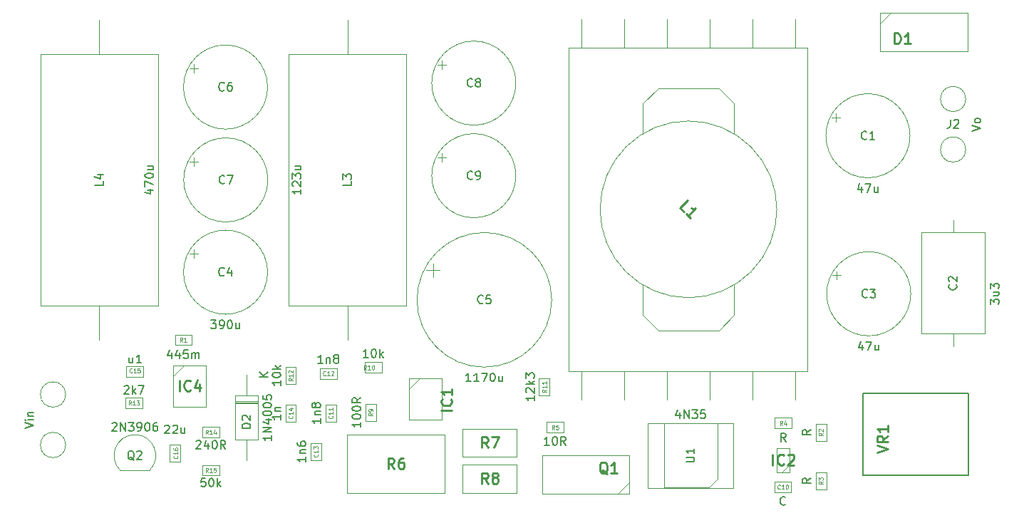
<source format=gbr>
%TF.GenerationSoftware,KiCad,Pcbnew,9.0.7*%
%TF.CreationDate,2026-01-07T19:43:00+01:00*%
%TF.ProjectId,power-electronics2,706f7765-722d-4656-9c65-6374726f6e69,rev?*%
%TF.SameCoordinates,Original*%
%TF.FileFunction,AssemblyDrawing,Top*%
%FSLAX46Y46*%
G04 Gerber Fmt 4.6, Leading zero omitted, Abs format (unit mm)*
G04 Created by KiCad (PCBNEW 9.0.7) date 2026-01-07 19:43:00*
%MOMM*%
%LPD*%
G01*
G04 APERTURE LIST*
%ADD10C,0.254000*%
%ADD11C,0.150000*%
%ADD12C,0.080000*%
%ADD13C,0.100000*%
%ADD14C,0.200000*%
G04 APERTURE END LIST*
D10*
X64715923Y-70702317D02*
X64292589Y-70097555D01*
X63990208Y-70702317D02*
X63990208Y-69432317D01*
X63990208Y-69432317D02*
X64474018Y-69432317D01*
X64474018Y-69432317D02*
X64594970Y-69492793D01*
X64594970Y-69492793D02*
X64655447Y-69553269D01*
X64655447Y-69553269D02*
X64715923Y-69674221D01*
X64715923Y-69674221D02*
X64715923Y-69855650D01*
X64715923Y-69855650D02*
X64655447Y-69976602D01*
X64655447Y-69976602D02*
X64594970Y-70037079D01*
X64594970Y-70037079D02*
X64474018Y-70097555D01*
X64474018Y-70097555D02*
X63990208Y-70097555D01*
X65804494Y-69432317D02*
X65562589Y-69432317D01*
X65562589Y-69432317D02*
X65441637Y-69492793D01*
X65441637Y-69492793D02*
X65381161Y-69553269D01*
X65381161Y-69553269D02*
X65260208Y-69734698D01*
X65260208Y-69734698D02*
X65199732Y-69976602D01*
X65199732Y-69976602D02*
X65199732Y-70460412D01*
X65199732Y-70460412D02*
X65260208Y-70581364D01*
X65260208Y-70581364D02*
X65320685Y-70641841D01*
X65320685Y-70641841D02*
X65441637Y-70702317D01*
X65441637Y-70702317D02*
X65683542Y-70702317D01*
X65683542Y-70702317D02*
X65804494Y-70641841D01*
X65804494Y-70641841D02*
X65864970Y-70581364D01*
X65864970Y-70581364D02*
X65925447Y-70460412D01*
X65925447Y-70460412D02*
X65925447Y-70158031D01*
X65925447Y-70158031D02*
X65864970Y-70037079D01*
X65864970Y-70037079D02*
X65804494Y-69976602D01*
X65804494Y-69976602D02*
X65683542Y-69916126D01*
X65683542Y-69916126D02*
X65441637Y-69916126D01*
X65441637Y-69916126D02*
X65320685Y-69976602D01*
X65320685Y-69976602D02*
X65260208Y-70037079D01*
X65260208Y-70037079D02*
X65199732Y-70158031D01*
D11*
X114232409Y-66068475D02*
X113756218Y-66401808D01*
X114232409Y-66639903D02*
X113232409Y-66639903D01*
X113232409Y-66639903D02*
X113232409Y-66258951D01*
X113232409Y-66258951D02*
X113280028Y-66163713D01*
X113280028Y-66163713D02*
X113327647Y-66116094D01*
X113327647Y-66116094D02*
X113422885Y-66068475D01*
X113422885Y-66068475D02*
X113565742Y-66068475D01*
X113565742Y-66068475D02*
X113660980Y-66116094D01*
X113660980Y-66116094D02*
X113708599Y-66163713D01*
X113708599Y-66163713D02*
X113756218Y-66258951D01*
X113756218Y-66258951D02*
X113756218Y-66639903D01*
D12*
X115654739Y-66461332D02*
X115416644Y-66627998D01*
X115654739Y-66747046D02*
X115154739Y-66747046D01*
X115154739Y-66747046D02*
X115154739Y-66556570D01*
X115154739Y-66556570D02*
X115178549Y-66508951D01*
X115178549Y-66508951D02*
X115202358Y-66485141D01*
X115202358Y-66485141D02*
X115249977Y-66461332D01*
X115249977Y-66461332D02*
X115321406Y-66461332D01*
X115321406Y-66461332D02*
X115369025Y-66485141D01*
X115369025Y-66485141D02*
X115392834Y-66508951D01*
X115392834Y-66508951D02*
X115416644Y-66556570D01*
X115416644Y-66556570D02*
X115416644Y-66747046D01*
X115202358Y-66270855D02*
X115178549Y-66247046D01*
X115178549Y-66247046D02*
X115154739Y-66199427D01*
X115154739Y-66199427D02*
X115154739Y-66080379D01*
X115154739Y-66080379D02*
X115178549Y-66032760D01*
X115178549Y-66032760D02*
X115202358Y-66008951D01*
X115202358Y-66008951D02*
X115249977Y-65985141D01*
X115249977Y-65985141D02*
X115297596Y-65985141D01*
X115297596Y-65985141D02*
X115369025Y-66008951D01*
X115369025Y-66008951D02*
X115654739Y-66294665D01*
X115654739Y-66294665D02*
X115654739Y-65985141D01*
D11*
X35436804Y-37592284D02*
X36103471Y-37592284D01*
X35055852Y-37830379D02*
X35770137Y-38068474D01*
X35770137Y-38068474D02*
X35770137Y-37449427D01*
X35103471Y-37163712D02*
X35103471Y-36497046D01*
X35103471Y-36497046D02*
X36103471Y-36925617D01*
X35103471Y-35925617D02*
X35103471Y-35830379D01*
X35103471Y-35830379D02*
X35151090Y-35735141D01*
X35151090Y-35735141D02*
X35198709Y-35687522D01*
X35198709Y-35687522D02*
X35293947Y-35639903D01*
X35293947Y-35639903D02*
X35484423Y-35592284D01*
X35484423Y-35592284D02*
X35722518Y-35592284D01*
X35722518Y-35592284D02*
X35912994Y-35639903D01*
X35912994Y-35639903D02*
X36008232Y-35687522D01*
X36008232Y-35687522D02*
X36055852Y-35735141D01*
X36055852Y-35735141D02*
X36103471Y-35830379D01*
X36103471Y-35830379D02*
X36103471Y-35925617D01*
X36103471Y-35925617D02*
X36055852Y-36020855D01*
X36055852Y-36020855D02*
X36008232Y-36068474D01*
X36008232Y-36068474D02*
X35912994Y-36116093D01*
X35912994Y-36116093D02*
X35722518Y-36163712D01*
X35722518Y-36163712D02*
X35484423Y-36163712D01*
X35484423Y-36163712D02*
X35293947Y-36116093D01*
X35293947Y-36116093D02*
X35198709Y-36068474D01*
X35198709Y-36068474D02*
X35151090Y-36020855D01*
X35151090Y-36020855D02*
X35103471Y-35925617D01*
X35436804Y-34735141D02*
X36103471Y-34735141D01*
X35436804Y-35163712D02*
X35960613Y-35163712D01*
X35960613Y-35163712D02*
X36055852Y-35116093D01*
X36055852Y-35116093D02*
X36103471Y-35020855D01*
X36103471Y-35020855D02*
X36103471Y-34877998D01*
X36103471Y-34877998D02*
X36055852Y-34782760D01*
X36055852Y-34782760D02*
X36008232Y-34735141D01*
X30132409Y-36544665D02*
X30132409Y-37020855D01*
X30132409Y-37020855D02*
X29132409Y-37020855D01*
X29465742Y-35782760D02*
X30132409Y-35782760D01*
X29084790Y-36020855D02*
X29799075Y-36258950D01*
X29799075Y-36258950D02*
X29799075Y-35639903D01*
X51232409Y-60223237D02*
X51232409Y-60794665D01*
X51232409Y-60508951D02*
X50232409Y-60508951D01*
X50232409Y-60508951D02*
X50375266Y-60604189D01*
X50375266Y-60604189D02*
X50470504Y-60699427D01*
X50470504Y-60699427D02*
X50518123Y-60794665D01*
X50232409Y-59604189D02*
X50232409Y-59508951D01*
X50232409Y-59508951D02*
X50280028Y-59413713D01*
X50280028Y-59413713D02*
X50327647Y-59366094D01*
X50327647Y-59366094D02*
X50422885Y-59318475D01*
X50422885Y-59318475D02*
X50613361Y-59270856D01*
X50613361Y-59270856D02*
X50851456Y-59270856D01*
X50851456Y-59270856D02*
X51041932Y-59318475D01*
X51041932Y-59318475D02*
X51137170Y-59366094D01*
X51137170Y-59366094D02*
X51184790Y-59413713D01*
X51184790Y-59413713D02*
X51232409Y-59508951D01*
X51232409Y-59508951D02*
X51232409Y-59604189D01*
X51232409Y-59604189D02*
X51184790Y-59699427D01*
X51184790Y-59699427D02*
X51137170Y-59747046D01*
X51137170Y-59747046D02*
X51041932Y-59794665D01*
X51041932Y-59794665D02*
X50851456Y-59842284D01*
X50851456Y-59842284D02*
X50613361Y-59842284D01*
X50613361Y-59842284D02*
X50422885Y-59794665D01*
X50422885Y-59794665D02*
X50327647Y-59747046D01*
X50327647Y-59747046D02*
X50280028Y-59699427D01*
X50280028Y-59699427D02*
X50232409Y-59604189D01*
X51232409Y-58842284D02*
X50232409Y-58842284D01*
X50851456Y-58747046D02*
X51232409Y-58461332D01*
X50565742Y-58461332D02*
X50946694Y-58842284D01*
D12*
X52654739Y-59949427D02*
X52416644Y-60116093D01*
X52654739Y-60235141D02*
X52154739Y-60235141D01*
X52154739Y-60235141D02*
X52154739Y-60044665D01*
X52154739Y-60044665D02*
X52178549Y-59997046D01*
X52178549Y-59997046D02*
X52202358Y-59973236D01*
X52202358Y-59973236D02*
X52249977Y-59949427D01*
X52249977Y-59949427D02*
X52321406Y-59949427D01*
X52321406Y-59949427D02*
X52369025Y-59973236D01*
X52369025Y-59973236D02*
X52392834Y-59997046D01*
X52392834Y-59997046D02*
X52416644Y-60044665D01*
X52416644Y-60044665D02*
X52416644Y-60235141D01*
X52654739Y-59473236D02*
X52654739Y-59758950D01*
X52654739Y-59616093D02*
X52154739Y-59616093D01*
X52154739Y-59616093D02*
X52226168Y-59663712D01*
X52226168Y-59663712D02*
X52273787Y-59711331D01*
X52273787Y-59711331D02*
X52297596Y-59758950D01*
X52202358Y-59282760D02*
X52178549Y-59258951D01*
X52178549Y-59258951D02*
X52154739Y-59211332D01*
X52154739Y-59211332D02*
X52154739Y-59092284D01*
X52154739Y-59092284D02*
X52178549Y-59044665D01*
X52178549Y-59044665D02*
X52202358Y-59020856D01*
X52202358Y-59020856D02*
X52249977Y-58997046D01*
X52249977Y-58997046D02*
X52297596Y-58997046D01*
X52297596Y-58997046D02*
X52369025Y-59020856D01*
X52369025Y-59020856D02*
X52654739Y-59306570D01*
X52654739Y-59306570D02*
X52654739Y-58997046D01*
D10*
X39187827Y-61452317D02*
X39187827Y-60182317D01*
X40518304Y-61331364D02*
X40457828Y-61391841D01*
X40457828Y-61391841D02*
X40276399Y-61452317D01*
X40276399Y-61452317D02*
X40155447Y-61452317D01*
X40155447Y-61452317D02*
X39974018Y-61391841D01*
X39974018Y-61391841D02*
X39853066Y-61270888D01*
X39853066Y-61270888D02*
X39792589Y-61149936D01*
X39792589Y-61149936D02*
X39732113Y-60908031D01*
X39732113Y-60908031D02*
X39732113Y-60726602D01*
X39732113Y-60726602D02*
X39792589Y-60484698D01*
X39792589Y-60484698D02*
X39853066Y-60363745D01*
X39853066Y-60363745D02*
X39974018Y-60242793D01*
X39974018Y-60242793D02*
X40155447Y-60182317D01*
X40155447Y-60182317D02*
X40276399Y-60182317D01*
X40276399Y-60182317D02*
X40457828Y-60242793D01*
X40457828Y-60242793D02*
X40518304Y-60303269D01*
X41606875Y-60605650D02*
X41606875Y-61452317D01*
X41304494Y-60121841D02*
X41002113Y-61028983D01*
X41002113Y-61028983D02*
X41788304Y-61028983D01*
D11*
X37463304Y-65603056D02*
X37510923Y-65555437D01*
X37510923Y-65555437D02*
X37606161Y-65507818D01*
X37606161Y-65507818D02*
X37844256Y-65507818D01*
X37844256Y-65507818D02*
X37939494Y-65555437D01*
X37939494Y-65555437D02*
X37987113Y-65603056D01*
X37987113Y-65603056D02*
X38034732Y-65698294D01*
X38034732Y-65698294D02*
X38034732Y-65793532D01*
X38034732Y-65793532D02*
X37987113Y-65936389D01*
X37987113Y-65936389D02*
X37415685Y-66507818D01*
X37415685Y-66507818D02*
X38034732Y-66507818D01*
X38415685Y-65603056D02*
X38463304Y-65555437D01*
X38463304Y-65555437D02*
X38558542Y-65507818D01*
X38558542Y-65507818D02*
X38796637Y-65507818D01*
X38796637Y-65507818D02*
X38891875Y-65555437D01*
X38891875Y-65555437D02*
X38939494Y-65603056D01*
X38939494Y-65603056D02*
X38987113Y-65698294D01*
X38987113Y-65698294D02*
X38987113Y-65793532D01*
X38987113Y-65793532D02*
X38939494Y-65936389D01*
X38939494Y-65936389D02*
X38368066Y-66507818D01*
X38368066Y-66507818D02*
X38987113Y-66507818D01*
X39844256Y-65841151D02*
X39844256Y-66507818D01*
X39415685Y-65841151D02*
X39415685Y-66364960D01*
X39415685Y-66364960D02*
X39463304Y-66460199D01*
X39463304Y-66460199D02*
X39558542Y-66507818D01*
X39558542Y-66507818D02*
X39701399Y-66507818D01*
X39701399Y-66507818D02*
X39796637Y-66460199D01*
X39796637Y-66460199D02*
X39844256Y-66412579D01*
D12*
X38947121Y-69161927D02*
X38970931Y-69185736D01*
X38970931Y-69185736D02*
X38994740Y-69257165D01*
X38994740Y-69257165D02*
X38994740Y-69304784D01*
X38994740Y-69304784D02*
X38970931Y-69376212D01*
X38970931Y-69376212D02*
X38923311Y-69423831D01*
X38923311Y-69423831D02*
X38875692Y-69447641D01*
X38875692Y-69447641D02*
X38780454Y-69471450D01*
X38780454Y-69471450D02*
X38709026Y-69471450D01*
X38709026Y-69471450D02*
X38613788Y-69447641D01*
X38613788Y-69447641D02*
X38566169Y-69423831D01*
X38566169Y-69423831D02*
X38518550Y-69376212D01*
X38518550Y-69376212D02*
X38494740Y-69304784D01*
X38494740Y-69304784D02*
X38494740Y-69257165D01*
X38494740Y-69257165D02*
X38518550Y-69185736D01*
X38518550Y-69185736D02*
X38542359Y-69161927D01*
X38994740Y-68685736D02*
X38994740Y-68971450D01*
X38994740Y-68828593D02*
X38494740Y-68828593D01*
X38494740Y-68828593D02*
X38566169Y-68876212D01*
X38566169Y-68876212D02*
X38613788Y-68923831D01*
X38613788Y-68923831D02*
X38637597Y-68971450D01*
X38494740Y-68257165D02*
X38494740Y-68352403D01*
X38494740Y-68352403D02*
X38518550Y-68400022D01*
X38518550Y-68400022D02*
X38542359Y-68423832D01*
X38542359Y-68423832D02*
X38613788Y-68471451D01*
X38613788Y-68471451D02*
X38709026Y-68495260D01*
X38709026Y-68495260D02*
X38899502Y-68495260D01*
X38899502Y-68495260D02*
X38947121Y-68471451D01*
X38947121Y-68471451D02*
X38970931Y-68447641D01*
X38970931Y-68447641D02*
X38994740Y-68400022D01*
X38994740Y-68400022D02*
X38994740Y-68304784D01*
X38994740Y-68304784D02*
X38970931Y-68257165D01*
X38970931Y-68257165D02*
X38947121Y-68233356D01*
X38947121Y-68233356D02*
X38899502Y-68209546D01*
X38899502Y-68209546D02*
X38780454Y-68209546D01*
X38780454Y-68209546D02*
X38732835Y-68233356D01*
X38732835Y-68233356D02*
X38709026Y-68257165D01*
X38709026Y-68257165D02*
X38685216Y-68304784D01*
X38685216Y-68304784D02*
X38685216Y-68400022D01*
X38685216Y-68400022D02*
X38709026Y-68447641D01*
X38709026Y-68447641D02*
X38732835Y-68471451D01*
X38732835Y-68471451D02*
X38780454Y-68495260D01*
D11*
X54202410Y-69308356D02*
X54202410Y-69879784D01*
X54202410Y-69594070D02*
X53202410Y-69594070D01*
X53202410Y-69594070D02*
X53345267Y-69689308D01*
X53345267Y-69689308D02*
X53440505Y-69784546D01*
X53440505Y-69784546D02*
X53488124Y-69879784D01*
X53535743Y-68879784D02*
X54202410Y-68879784D01*
X53630981Y-68879784D02*
X53583362Y-68832165D01*
X53583362Y-68832165D02*
X53535743Y-68736927D01*
X53535743Y-68736927D02*
X53535743Y-68594070D01*
X53535743Y-68594070D02*
X53583362Y-68498832D01*
X53583362Y-68498832D02*
X53678600Y-68451213D01*
X53678600Y-68451213D02*
X54202410Y-68451213D01*
X53202410Y-67546451D02*
X53202410Y-67736927D01*
X53202410Y-67736927D02*
X53250029Y-67832165D01*
X53250029Y-67832165D02*
X53297648Y-67879784D01*
X53297648Y-67879784D02*
X53440505Y-67975022D01*
X53440505Y-67975022D02*
X53630981Y-68022641D01*
X53630981Y-68022641D02*
X54011933Y-68022641D01*
X54011933Y-68022641D02*
X54107171Y-67975022D01*
X54107171Y-67975022D02*
X54154791Y-67927403D01*
X54154791Y-67927403D02*
X54202410Y-67832165D01*
X54202410Y-67832165D02*
X54202410Y-67641689D01*
X54202410Y-67641689D02*
X54154791Y-67546451D01*
X54154791Y-67546451D02*
X54107171Y-67498832D01*
X54107171Y-67498832D02*
X54011933Y-67451213D01*
X54011933Y-67451213D02*
X53773838Y-67451213D01*
X53773838Y-67451213D02*
X53678600Y-67498832D01*
X53678600Y-67498832D02*
X53630981Y-67546451D01*
X53630981Y-67546451D02*
X53583362Y-67641689D01*
X53583362Y-67641689D02*
X53583362Y-67832165D01*
X53583362Y-67832165D02*
X53630981Y-67927403D01*
X53630981Y-67927403D02*
X53678600Y-67975022D01*
X53678600Y-67975022D02*
X53773838Y-68022641D01*
D12*
X55607120Y-68986927D02*
X55630930Y-69010736D01*
X55630930Y-69010736D02*
X55654739Y-69082165D01*
X55654739Y-69082165D02*
X55654739Y-69129784D01*
X55654739Y-69129784D02*
X55630930Y-69201212D01*
X55630930Y-69201212D02*
X55583310Y-69248831D01*
X55583310Y-69248831D02*
X55535691Y-69272641D01*
X55535691Y-69272641D02*
X55440453Y-69296450D01*
X55440453Y-69296450D02*
X55369025Y-69296450D01*
X55369025Y-69296450D02*
X55273787Y-69272641D01*
X55273787Y-69272641D02*
X55226168Y-69248831D01*
X55226168Y-69248831D02*
X55178549Y-69201212D01*
X55178549Y-69201212D02*
X55154739Y-69129784D01*
X55154739Y-69129784D02*
X55154739Y-69082165D01*
X55154739Y-69082165D02*
X55178549Y-69010736D01*
X55178549Y-69010736D02*
X55202358Y-68986927D01*
X55654739Y-68510736D02*
X55654739Y-68796450D01*
X55654739Y-68653593D02*
X55154739Y-68653593D01*
X55154739Y-68653593D02*
X55226168Y-68701212D01*
X55226168Y-68701212D02*
X55273787Y-68748831D01*
X55273787Y-68748831D02*
X55297596Y-68796450D01*
X55154739Y-68344070D02*
X55154739Y-68034546D01*
X55154739Y-68034546D02*
X55345215Y-68201213D01*
X55345215Y-68201213D02*
X55345215Y-68129784D01*
X55345215Y-68129784D02*
X55369025Y-68082165D01*
X55369025Y-68082165D02*
X55392834Y-68058356D01*
X55392834Y-68058356D02*
X55440453Y-68034546D01*
X55440453Y-68034546D02*
X55559501Y-68034546D01*
X55559501Y-68034546D02*
X55607120Y-68058356D01*
X55607120Y-68058356D02*
X55630930Y-68082165D01*
X55630930Y-68082165D02*
X55654739Y-68129784D01*
X55654739Y-68129784D02*
X55654739Y-68272641D01*
X55654739Y-68272641D02*
X55630930Y-68320260D01*
X55630930Y-68320260D02*
X55607120Y-68344070D01*
D11*
X60732409Y-65174666D02*
X60732409Y-65746094D01*
X60732409Y-65460380D02*
X59732409Y-65460380D01*
X59732409Y-65460380D02*
X59875266Y-65555618D01*
X59875266Y-65555618D02*
X59970504Y-65650856D01*
X59970504Y-65650856D02*
X60018123Y-65746094D01*
X59732409Y-64555618D02*
X59732409Y-64460380D01*
X59732409Y-64460380D02*
X59780028Y-64365142D01*
X59780028Y-64365142D02*
X59827647Y-64317523D01*
X59827647Y-64317523D02*
X59922885Y-64269904D01*
X59922885Y-64269904D02*
X60113361Y-64222285D01*
X60113361Y-64222285D02*
X60351456Y-64222285D01*
X60351456Y-64222285D02*
X60541932Y-64269904D01*
X60541932Y-64269904D02*
X60637170Y-64317523D01*
X60637170Y-64317523D02*
X60684790Y-64365142D01*
X60684790Y-64365142D02*
X60732409Y-64460380D01*
X60732409Y-64460380D02*
X60732409Y-64555618D01*
X60732409Y-64555618D02*
X60684790Y-64650856D01*
X60684790Y-64650856D02*
X60637170Y-64698475D01*
X60637170Y-64698475D02*
X60541932Y-64746094D01*
X60541932Y-64746094D02*
X60351456Y-64793713D01*
X60351456Y-64793713D02*
X60113361Y-64793713D01*
X60113361Y-64793713D02*
X59922885Y-64746094D01*
X59922885Y-64746094D02*
X59827647Y-64698475D01*
X59827647Y-64698475D02*
X59780028Y-64650856D01*
X59780028Y-64650856D02*
X59732409Y-64555618D01*
X59732409Y-63603237D02*
X59732409Y-63507999D01*
X59732409Y-63507999D02*
X59780028Y-63412761D01*
X59780028Y-63412761D02*
X59827647Y-63365142D01*
X59827647Y-63365142D02*
X59922885Y-63317523D01*
X59922885Y-63317523D02*
X60113361Y-63269904D01*
X60113361Y-63269904D02*
X60351456Y-63269904D01*
X60351456Y-63269904D02*
X60541932Y-63317523D01*
X60541932Y-63317523D02*
X60637170Y-63365142D01*
X60637170Y-63365142D02*
X60684790Y-63412761D01*
X60684790Y-63412761D02*
X60732409Y-63507999D01*
X60732409Y-63507999D02*
X60732409Y-63603237D01*
X60732409Y-63603237D02*
X60684790Y-63698475D01*
X60684790Y-63698475D02*
X60637170Y-63746094D01*
X60637170Y-63746094D02*
X60541932Y-63793713D01*
X60541932Y-63793713D02*
X60351456Y-63841332D01*
X60351456Y-63841332D02*
X60113361Y-63841332D01*
X60113361Y-63841332D02*
X59922885Y-63793713D01*
X59922885Y-63793713D02*
X59827647Y-63746094D01*
X59827647Y-63746094D02*
X59780028Y-63698475D01*
X59780028Y-63698475D02*
X59732409Y-63603237D01*
X60732409Y-62269904D02*
X60256218Y-62603237D01*
X60732409Y-62841332D02*
X59732409Y-62841332D01*
X59732409Y-62841332D02*
X59732409Y-62460380D01*
X59732409Y-62460380D02*
X59780028Y-62365142D01*
X59780028Y-62365142D02*
X59827647Y-62317523D01*
X59827647Y-62317523D02*
X59922885Y-62269904D01*
X59922885Y-62269904D02*
X60065742Y-62269904D01*
X60065742Y-62269904D02*
X60160980Y-62317523D01*
X60160980Y-62317523D02*
X60208599Y-62365142D01*
X60208599Y-62365142D02*
X60256218Y-62460380D01*
X60256218Y-62460380D02*
X60256218Y-62841332D01*
D12*
X62154739Y-64091333D02*
X61916644Y-64257999D01*
X62154739Y-64377047D02*
X61654739Y-64377047D01*
X61654739Y-64377047D02*
X61654739Y-64186571D01*
X61654739Y-64186571D02*
X61678549Y-64138952D01*
X61678549Y-64138952D02*
X61702358Y-64115142D01*
X61702358Y-64115142D02*
X61749977Y-64091333D01*
X61749977Y-64091333D02*
X61821406Y-64091333D01*
X61821406Y-64091333D02*
X61869025Y-64115142D01*
X61869025Y-64115142D02*
X61892834Y-64138952D01*
X61892834Y-64138952D02*
X61916644Y-64186571D01*
X61916644Y-64186571D02*
X61916644Y-64377047D01*
X62154739Y-63853237D02*
X62154739Y-63757999D01*
X62154739Y-63757999D02*
X62130930Y-63710380D01*
X62130930Y-63710380D02*
X62107120Y-63686571D01*
X62107120Y-63686571D02*
X62035691Y-63638952D01*
X62035691Y-63638952D02*
X61940453Y-63615142D01*
X61940453Y-63615142D02*
X61749977Y-63615142D01*
X61749977Y-63615142D02*
X61702358Y-63638952D01*
X61702358Y-63638952D02*
X61678549Y-63662761D01*
X61678549Y-63662761D02*
X61654739Y-63710380D01*
X61654739Y-63710380D02*
X61654739Y-63805618D01*
X61654739Y-63805618D02*
X61678549Y-63853237D01*
X61678549Y-63853237D02*
X61702358Y-63877047D01*
X61702358Y-63877047D02*
X61749977Y-63900856D01*
X61749977Y-63900856D02*
X61869025Y-63900856D01*
X61869025Y-63900856D02*
X61916644Y-63877047D01*
X61916644Y-63877047D02*
X61940453Y-63853237D01*
X61940453Y-63853237D02*
X61964263Y-63805618D01*
X61964263Y-63805618D02*
X61964263Y-63710380D01*
X61964263Y-63710380D02*
X61940453Y-63662761D01*
X61940453Y-63662761D02*
X61916644Y-63638952D01*
X61916644Y-63638952D02*
X61869025Y-63615142D01*
D11*
X51202410Y-64257165D02*
X51202410Y-64828593D01*
X51202410Y-64542879D02*
X50202410Y-64542879D01*
X50202410Y-64542879D02*
X50345267Y-64638117D01*
X50345267Y-64638117D02*
X50440505Y-64733355D01*
X50440505Y-64733355D02*
X50488124Y-64828593D01*
X50535743Y-63828593D02*
X51202410Y-63828593D01*
X50630981Y-63828593D02*
X50583362Y-63780974D01*
X50583362Y-63780974D02*
X50535743Y-63685736D01*
X50535743Y-63685736D02*
X50535743Y-63542879D01*
X50535743Y-63542879D02*
X50583362Y-63447641D01*
X50583362Y-63447641D02*
X50678600Y-63400022D01*
X50678600Y-63400022D02*
X51202410Y-63400022D01*
D12*
X52607120Y-64411927D02*
X52630930Y-64435736D01*
X52630930Y-64435736D02*
X52654739Y-64507165D01*
X52654739Y-64507165D02*
X52654739Y-64554784D01*
X52654739Y-64554784D02*
X52630930Y-64626212D01*
X52630930Y-64626212D02*
X52583310Y-64673831D01*
X52583310Y-64673831D02*
X52535691Y-64697641D01*
X52535691Y-64697641D02*
X52440453Y-64721450D01*
X52440453Y-64721450D02*
X52369025Y-64721450D01*
X52369025Y-64721450D02*
X52273787Y-64697641D01*
X52273787Y-64697641D02*
X52226168Y-64673831D01*
X52226168Y-64673831D02*
X52178549Y-64626212D01*
X52178549Y-64626212D02*
X52154739Y-64554784D01*
X52154739Y-64554784D02*
X52154739Y-64507165D01*
X52154739Y-64507165D02*
X52178549Y-64435736D01*
X52178549Y-64435736D02*
X52202358Y-64411927D01*
X52654739Y-63935736D02*
X52654739Y-64221450D01*
X52654739Y-64078593D02*
X52154739Y-64078593D01*
X52154739Y-64078593D02*
X52226168Y-64126212D01*
X52226168Y-64126212D02*
X52273787Y-64173831D01*
X52273787Y-64173831D02*
X52297596Y-64221450D01*
X52321406Y-63507165D02*
X52654739Y-63507165D01*
X52130930Y-63626213D02*
X52488072Y-63745260D01*
X52488072Y-63745260D02*
X52488072Y-63435737D01*
D10*
X124140207Y-20202317D02*
X124140207Y-18932317D01*
X124140207Y-18932317D02*
X124442588Y-18932317D01*
X124442588Y-18932317D02*
X124624017Y-18992793D01*
X124624017Y-18992793D02*
X124744969Y-19113745D01*
X124744969Y-19113745D02*
X124805446Y-19234698D01*
X124805446Y-19234698D02*
X124865922Y-19476602D01*
X124865922Y-19476602D02*
X124865922Y-19658031D01*
X124865922Y-19658031D02*
X124805446Y-19899936D01*
X124805446Y-19899936D02*
X124744969Y-20020888D01*
X124744969Y-20020888D02*
X124624017Y-20141841D01*
X124624017Y-20141841D02*
X124442588Y-20202317D01*
X124442588Y-20202317D02*
X124140207Y-20202317D01*
X126075446Y-20202317D02*
X125349731Y-20202317D01*
X125712588Y-20202317D02*
X125712588Y-18932317D01*
X125712588Y-18932317D02*
X125591636Y-19113745D01*
X125591636Y-19113745D02*
X125470684Y-19234698D01*
X125470684Y-19234698D02*
X125349731Y-19295174D01*
D11*
X98641875Y-64046151D02*
X98641875Y-64712818D01*
X98403780Y-63665199D02*
X98165685Y-64379484D01*
X98165685Y-64379484D02*
X98784732Y-64379484D01*
X99165685Y-64712818D02*
X99165685Y-63712818D01*
X99165685Y-63712818D02*
X99737113Y-64712818D01*
X99737113Y-64712818D02*
X99737113Y-63712818D01*
X100118066Y-63712818D02*
X100737113Y-63712818D01*
X100737113Y-63712818D02*
X100403780Y-64093770D01*
X100403780Y-64093770D02*
X100546637Y-64093770D01*
X100546637Y-64093770D02*
X100641875Y-64141389D01*
X100641875Y-64141389D02*
X100689494Y-64189008D01*
X100689494Y-64189008D02*
X100737113Y-64284246D01*
X100737113Y-64284246D02*
X100737113Y-64522341D01*
X100737113Y-64522341D02*
X100689494Y-64617579D01*
X100689494Y-64617579D02*
X100641875Y-64665199D01*
X100641875Y-64665199D02*
X100546637Y-64712818D01*
X100546637Y-64712818D02*
X100260923Y-64712818D01*
X100260923Y-64712818D02*
X100165685Y-64665199D01*
X100165685Y-64665199D02*
X100118066Y-64617579D01*
X101641875Y-63712818D02*
X101165685Y-63712818D01*
X101165685Y-63712818D02*
X101118066Y-64189008D01*
X101118066Y-64189008D02*
X101165685Y-64141389D01*
X101165685Y-64141389D02*
X101260923Y-64093770D01*
X101260923Y-64093770D02*
X101499018Y-64093770D01*
X101499018Y-64093770D02*
X101594256Y-64141389D01*
X101594256Y-64141389D02*
X101641875Y-64189008D01*
X101641875Y-64189008D02*
X101689494Y-64284246D01*
X101689494Y-64284246D02*
X101689494Y-64522341D01*
X101689494Y-64522341D02*
X101641875Y-64617579D01*
X101641875Y-64617579D02*
X101594256Y-64665199D01*
X101594256Y-64665199D02*
X101499018Y-64712818D01*
X101499018Y-64712818D02*
X101260923Y-64712818D01*
X101260923Y-64712818D02*
X101165685Y-64665199D01*
X101165685Y-64665199D02*
X101118066Y-64617579D01*
X99382409Y-69889903D02*
X100191932Y-69889903D01*
X100191932Y-69889903D02*
X100287170Y-69842284D01*
X100287170Y-69842284D02*
X100334790Y-69794665D01*
X100334790Y-69794665D02*
X100382409Y-69699427D01*
X100382409Y-69699427D02*
X100382409Y-69508951D01*
X100382409Y-69508951D02*
X100334790Y-69413713D01*
X100334790Y-69413713D02*
X100287170Y-69366094D01*
X100287170Y-69366094D02*
X100191932Y-69318475D01*
X100191932Y-69318475D02*
X99382409Y-69318475D01*
X100382409Y-68318475D02*
X100382409Y-68889903D01*
X100382409Y-68604189D02*
X99382409Y-68604189D01*
X99382409Y-68604189D02*
X99525266Y-68699427D01*
X99525266Y-68699427D02*
X99620504Y-68794665D01*
X99620504Y-68794665D02*
X99668123Y-68889903D01*
X55952410Y-64733356D02*
X55952410Y-65304784D01*
X55952410Y-65019070D02*
X54952410Y-65019070D01*
X54952410Y-65019070D02*
X55095267Y-65114308D01*
X55095267Y-65114308D02*
X55190505Y-65209546D01*
X55190505Y-65209546D02*
X55238124Y-65304784D01*
X55285743Y-64304784D02*
X55952410Y-64304784D01*
X55380981Y-64304784D02*
X55333362Y-64257165D01*
X55333362Y-64257165D02*
X55285743Y-64161927D01*
X55285743Y-64161927D02*
X55285743Y-64019070D01*
X55285743Y-64019070D02*
X55333362Y-63923832D01*
X55333362Y-63923832D02*
X55428600Y-63876213D01*
X55428600Y-63876213D02*
X55952410Y-63876213D01*
X55380981Y-63257165D02*
X55333362Y-63352403D01*
X55333362Y-63352403D02*
X55285743Y-63400022D01*
X55285743Y-63400022D02*
X55190505Y-63447641D01*
X55190505Y-63447641D02*
X55142886Y-63447641D01*
X55142886Y-63447641D02*
X55047648Y-63400022D01*
X55047648Y-63400022D02*
X55000029Y-63352403D01*
X55000029Y-63352403D02*
X54952410Y-63257165D01*
X54952410Y-63257165D02*
X54952410Y-63066689D01*
X54952410Y-63066689D02*
X55000029Y-62971451D01*
X55000029Y-62971451D02*
X55047648Y-62923832D01*
X55047648Y-62923832D02*
X55142886Y-62876213D01*
X55142886Y-62876213D02*
X55190505Y-62876213D01*
X55190505Y-62876213D02*
X55285743Y-62923832D01*
X55285743Y-62923832D02*
X55333362Y-62971451D01*
X55333362Y-62971451D02*
X55380981Y-63066689D01*
X55380981Y-63066689D02*
X55380981Y-63257165D01*
X55380981Y-63257165D02*
X55428600Y-63352403D01*
X55428600Y-63352403D02*
X55476219Y-63400022D01*
X55476219Y-63400022D02*
X55571457Y-63447641D01*
X55571457Y-63447641D02*
X55761933Y-63447641D01*
X55761933Y-63447641D02*
X55857171Y-63400022D01*
X55857171Y-63400022D02*
X55904791Y-63352403D01*
X55904791Y-63352403D02*
X55952410Y-63257165D01*
X55952410Y-63257165D02*
X55952410Y-63066689D01*
X55952410Y-63066689D02*
X55904791Y-62971451D01*
X55904791Y-62971451D02*
X55857171Y-62923832D01*
X55857171Y-62923832D02*
X55761933Y-62876213D01*
X55761933Y-62876213D02*
X55571457Y-62876213D01*
X55571457Y-62876213D02*
X55476219Y-62923832D01*
X55476219Y-62923832D02*
X55428600Y-62971451D01*
X55428600Y-62971451D02*
X55380981Y-63066689D01*
D12*
X57357120Y-64411927D02*
X57380930Y-64435736D01*
X57380930Y-64435736D02*
X57404739Y-64507165D01*
X57404739Y-64507165D02*
X57404739Y-64554784D01*
X57404739Y-64554784D02*
X57380930Y-64626212D01*
X57380930Y-64626212D02*
X57333310Y-64673831D01*
X57333310Y-64673831D02*
X57285691Y-64697641D01*
X57285691Y-64697641D02*
X57190453Y-64721450D01*
X57190453Y-64721450D02*
X57119025Y-64721450D01*
X57119025Y-64721450D02*
X57023787Y-64697641D01*
X57023787Y-64697641D02*
X56976168Y-64673831D01*
X56976168Y-64673831D02*
X56928549Y-64626212D01*
X56928549Y-64626212D02*
X56904739Y-64554784D01*
X56904739Y-64554784D02*
X56904739Y-64507165D01*
X56904739Y-64507165D02*
X56928549Y-64435736D01*
X56928549Y-64435736D02*
X56952358Y-64411927D01*
X57404739Y-63935736D02*
X57404739Y-64221450D01*
X57404739Y-64078593D02*
X56904739Y-64078593D01*
X56904739Y-64078593D02*
X56976168Y-64126212D01*
X56976168Y-64126212D02*
X57023787Y-64173831D01*
X57023787Y-64173831D02*
X57047596Y-64221450D01*
X57404739Y-63459546D02*
X57404739Y-63745260D01*
X57404739Y-63602403D02*
X56904739Y-63602403D01*
X56904739Y-63602403D02*
X56976168Y-63650022D01*
X56976168Y-63650022D02*
X57023787Y-63697641D01*
X57023787Y-63697641D02*
X57047596Y-63745260D01*
D11*
X41189495Y-67428056D02*
X41237114Y-67380437D01*
X41237114Y-67380437D02*
X41332352Y-67332818D01*
X41332352Y-67332818D02*
X41570447Y-67332818D01*
X41570447Y-67332818D02*
X41665685Y-67380437D01*
X41665685Y-67380437D02*
X41713304Y-67428056D01*
X41713304Y-67428056D02*
X41760923Y-67523294D01*
X41760923Y-67523294D02*
X41760923Y-67618532D01*
X41760923Y-67618532D02*
X41713304Y-67761389D01*
X41713304Y-67761389D02*
X41141876Y-68332818D01*
X41141876Y-68332818D02*
X41760923Y-68332818D01*
X42618066Y-67666151D02*
X42618066Y-68332818D01*
X42379971Y-67285199D02*
X42141876Y-67999484D01*
X42141876Y-67999484D02*
X42760923Y-67999484D01*
X43332352Y-67332818D02*
X43427590Y-67332818D01*
X43427590Y-67332818D02*
X43522828Y-67380437D01*
X43522828Y-67380437D02*
X43570447Y-67428056D01*
X43570447Y-67428056D02*
X43618066Y-67523294D01*
X43618066Y-67523294D02*
X43665685Y-67713770D01*
X43665685Y-67713770D02*
X43665685Y-67951865D01*
X43665685Y-67951865D02*
X43618066Y-68142341D01*
X43618066Y-68142341D02*
X43570447Y-68237579D01*
X43570447Y-68237579D02*
X43522828Y-68285199D01*
X43522828Y-68285199D02*
X43427590Y-68332818D01*
X43427590Y-68332818D02*
X43332352Y-68332818D01*
X43332352Y-68332818D02*
X43237114Y-68285199D01*
X43237114Y-68285199D02*
X43189495Y-68237579D01*
X43189495Y-68237579D02*
X43141876Y-68142341D01*
X43141876Y-68142341D02*
X43094257Y-67951865D01*
X43094257Y-67951865D02*
X43094257Y-67713770D01*
X43094257Y-67713770D02*
X43141876Y-67523294D01*
X43141876Y-67523294D02*
X43189495Y-67428056D01*
X43189495Y-67428056D02*
X43237114Y-67380437D01*
X43237114Y-67380437D02*
X43332352Y-67332818D01*
X44665685Y-68332818D02*
X44332352Y-67856627D01*
X44094257Y-68332818D02*
X44094257Y-67332818D01*
X44094257Y-67332818D02*
X44475209Y-67332818D01*
X44475209Y-67332818D02*
X44570447Y-67380437D01*
X44570447Y-67380437D02*
X44618066Y-67428056D01*
X44618066Y-67428056D02*
X44665685Y-67523294D01*
X44665685Y-67523294D02*
X44665685Y-67666151D01*
X44665685Y-67666151D02*
X44618066Y-67761389D01*
X44618066Y-67761389D02*
X44570447Y-67809008D01*
X44570447Y-67809008D02*
X44475209Y-67856627D01*
X44475209Y-67856627D02*
X44094257Y-67856627D01*
D12*
X42606161Y-66605148D02*
X42439495Y-66367053D01*
X42320447Y-66605148D02*
X42320447Y-66105148D01*
X42320447Y-66105148D02*
X42510923Y-66105148D01*
X42510923Y-66105148D02*
X42558542Y-66128958D01*
X42558542Y-66128958D02*
X42582352Y-66152767D01*
X42582352Y-66152767D02*
X42606161Y-66200386D01*
X42606161Y-66200386D02*
X42606161Y-66271815D01*
X42606161Y-66271815D02*
X42582352Y-66319434D01*
X42582352Y-66319434D02*
X42558542Y-66343243D01*
X42558542Y-66343243D02*
X42510923Y-66367053D01*
X42510923Y-66367053D02*
X42320447Y-66367053D01*
X43082352Y-66605148D02*
X42796638Y-66605148D01*
X42939495Y-66605148D02*
X42939495Y-66105148D01*
X42939495Y-66105148D02*
X42891876Y-66176577D01*
X42891876Y-66176577D02*
X42844257Y-66224196D01*
X42844257Y-66224196D02*
X42796638Y-66248005D01*
X43510923Y-66271815D02*
X43510923Y-66605148D01*
X43391875Y-66081339D02*
X43272828Y-66438481D01*
X43272828Y-66438481D02*
X43582351Y-66438481D01*
D11*
X111237113Y-67482819D02*
X110903780Y-67006628D01*
X110665685Y-67482819D02*
X110665685Y-66482819D01*
X110665685Y-66482819D02*
X111046637Y-66482819D01*
X111046637Y-66482819D02*
X111141875Y-66530438D01*
X111141875Y-66530438D02*
X111189494Y-66578057D01*
X111189494Y-66578057D02*
X111237113Y-66673295D01*
X111237113Y-66673295D02*
X111237113Y-66816152D01*
X111237113Y-66816152D02*
X111189494Y-66911390D01*
X111189494Y-66911390D02*
X111141875Y-66959009D01*
X111141875Y-66959009D02*
X111046637Y-67006628D01*
X111046637Y-67006628D02*
X110665685Y-67006628D01*
D12*
X110844256Y-65505149D02*
X110677590Y-65267054D01*
X110558542Y-65505149D02*
X110558542Y-65005149D01*
X110558542Y-65005149D02*
X110749018Y-65005149D01*
X110749018Y-65005149D02*
X110796637Y-65028959D01*
X110796637Y-65028959D02*
X110820447Y-65052768D01*
X110820447Y-65052768D02*
X110844256Y-65100387D01*
X110844256Y-65100387D02*
X110844256Y-65171816D01*
X110844256Y-65171816D02*
X110820447Y-65219435D01*
X110820447Y-65219435D02*
X110796637Y-65243244D01*
X110796637Y-65243244D02*
X110749018Y-65267054D01*
X110749018Y-65267054D02*
X110558542Y-65267054D01*
X111272828Y-65171816D02*
X111272828Y-65505149D01*
X111153780Y-64981340D02*
X111034733Y-65338482D01*
X111034733Y-65338482D02*
X111344256Y-65338482D01*
D11*
X50132409Y-66770856D02*
X50132409Y-67342284D01*
X50132409Y-67056570D02*
X49132409Y-67056570D01*
X49132409Y-67056570D02*
X49275266Y-67151808D01*
X49275266Y-67151808D02*
X49370504Y-67247046D01*
X49370504Y-67247046D02*
X49418123Y-67342284D01*
X50132409Y-66342284D02*
X49132409Y-66342284D01*
X49132409Y-66342284D02*
X50132409Y-65770856D01*
X50132409Y-65770856D02*
X49132409Y-65770856D01*
X49465742Y-64866094D02*
X50132409Y-64866094D01*
X49084790Y-65104189D02*
X49799075Y-65342284D01*
X49799075Y-65342284D02*
X49799075Y-64723237D01*
X49132409Y-64151808D02*
X49132409Y-64056570D01*
X49132409Y-64056570D02*
X49180028Y-63961332D01*
X49180028Y-63961332D02*
X49227647Y-63913713D01*
X49227647Y-63913713D02*
X49322885Y-63866094D01*
X49322885Y-63866094D02*
X49513361Y-63818475D01*
X49513361Y-63818475D02*
X49751456Y-63818475D01*
X49751456Y-63818475D02*
X49941932Y-63866094D01*
X49941932Y-63866094D02*
X50037170Y-63913713D01*
X50037170Y-63913713D02*
X50084790Y-63961332D01*
X50084790Y-63961332D02*
X50132409Y-64056570D01*
X50132409Y-64056570D02*
X50132409Y-64151808D01*
X50132409Y-64151808D02*
X50084790Y-64247046D01*
X50084790Y-64247046D02*
X50037170Y-64294665D01*
X50037170Y-64294665D02*
X49941932Y-64342284D01*
X49941932Y-64342284D02*
X49751456Y-64389903D01*
X49751456Y-64389903D02*
X49513361Y-64389903D01*
X49513361Y-64389903D02*
X49322885Y-64342284D01*
X49322885Y-64342284D02*
X49227647Y-64294665D01*
X49227647Y-64294665D02*
X49180028Y-64247046D01*
X49180028Y-64247046D02*
X49132409Y-64151808D01*
X49132409Y-63199427D02*
X49132409Y-63104189D01*
X49132409Y-63104189D02*
X49180028Y-63008951D01*
X49180028Y-63008951D02*
X49227647Y-62961332D01*
X49227647Y-62961332D02*
X49322885Y-62913713D01*
X49322885Y-62913713D02*
X49513361Y-62866094D01*
X49513361Y-62866094D02*
X49751456Y-62866094D01*
X49751456Y-62866094D02*
X49941932Y-62913713D01*
X49941932Y-62913713D02*
X50037170Y-62961332D01*
X50037170Y-62961332D02*
X50084790Y-63008951D01*
X50084790Y-63008951D02*
X50132409Y-63104189D01*
X50132409Y-63104189D02*
X50132409Y-63199427D01*
X50132409Y-63199427D02*
X50084790Y-63294665D01*
X50084790Y-63294665D02*
X50037170Y-63342284D01*
X50037170Y-63342284D02*
X49941932Y-63389903D01*
X49941932Y-63389903D02*
X49751456Y-63437522D01*
X49751456Y-63437522D02*
X49513361Y-63437522D01*
X49513361Y-63437522D02*
X49322885Y-63389903D01*
X49322885Y-63389903D02*
X49227647Y-63342284D01*
X49227647Y-63342284D02*
X49180028Y-63294665D01*
X49180028Y-63294665D02*
X49132409Y-63199427D01*
X49132409Y-61961332D02*
X49132409Y-62437522D01*
X49132409Y-62437522D02*
X49608599Y-62485141D01*
X49608599Y-62485141D02*
X49560980Y-62437522D01*
X49560980Y-62437522D02*
X49513361Y-62342284D01*
X49513361Y-62342284D02*
X49513361Y-62104189D01*
X49513361Y-62104189D02*
X49560980Y-62008951D01*
X49560980Y-62008951D02*
X49608599Y-61961332D01*
X49608599Y-61961332D02*
X49703837Y-61913713D01*
X49703837Y-61913713D02*
X49941932Y-61913713D01*
X49941932Y-61913713D02*
X50037170Y-61961332D01*
X50037170Y-61961332D02*
X50084790Y-62008951D01*
X50084790Y-62008951D02*
X50132409Y-62104189D01*
X50132409Y-62104189D02*
X50132409Y-62342284D01*
X50132409Y-62342284D02*
X50084790Y-62437522D01*
X50084790Y-62437522D02*
X50037170Y-62485141D01*
X47632409Y-65866093D02*
X46632409Y-65866093D01*
X46632409Y-65866093D02*
X46632409Y-65627998D01*
X46632409Y-65627998D02*
X46680028Y-65485141D01*
X46680028Y-65485141D02*
X46775266Y-65389903D01*
X46775266Y-65389903D02*
X46870504Y-65342284D01*
X46870504Y-65342284D02*
X47060980Y-65294665D01*
X47060980Y-65294665D02*
X47203837Y-65294665D01*
X47203837Y-65294665D02*
X47394313Y-65342284D01*
X47394313Y-65342284D02*
X47489551Y-65389903D01*
X47489551Y-65389903D02*
X47584790Y-65485141D01*
X47584790Y-65485141D02*
X47632409Y-65627998D01*
X47632409Y-65627998D02*
X47632409Y-65866093D01*
X46727647Y-64913712D02*
X46680028Y-64866093D01*
X46680028Y-64866093D02*
X46632409Y-64770855D01*
X46632409Y-64770855D02*
X46632409Y-64532760D01*
X46632409Y-64532760D02*
X46680028Y-64437522D01*
X46680028Y-64437522D02*
X46727647Y-64389903D01*
X46727647Y-64389903D02*
X46822885Y-64342284D01*
X46822885Y-64342284D02*
X46918123Y-64342284D01*
X46918123Y-64342284D02*
X47060980Y-64389903D01*
X47060980Y-64389903D02*
X47632409Y-64961331D01*
X47632409Y-64961331D02*
X47632409Y-64342284D01*
X49732409Y-59809903D02*
X48732409Y-59809903D01*
X49732409Y-59238475D02*
X49160980Y-59667046D01*
X48732409Y-59238475D02*
X49303837Y-59809903D01*
X31193305Y-65318057D02*
X31240924Y-65270438D01*
X31240924Y-65270438D02*
X31336162Y-65222819D01*
X31336162Y-65222819D02*
X31574257Y-65222819D01*
X31574257Y-65222819D02*
X31669495Y-65270438D01*
X31669495Y-65270438D02*
X31717114Y-65318057D01*
X31717114Y-65318057D02*
X31764733Y-65413295D01*
X31764733Y-65413295D02*
X31764733Y-65508533D01*
X31764733Y-65508533D02*
X31717114Y-65651390D01*
X31717114Y-65651390D02*
X31145686Y-66222819D01*
X31145686Y-66222819D02*
X31764733Y-66222819D01*
X32193305Y-66222819D02*
X32193305Y-65222819D01*
X32193305Y-65222819D02*
X32764733Y-66222819D01*
X32764733Y-66222819D02*
X32764733Y-65222819D01*
X33145686Y-65222819D02*
X33764733Y-65222819D01*
X33764733Y-65222819D02*
X33431400Y-65603771D01*
X33431400Y-65603771D02*
X33574257Y-65603771D01*
X33574257Y-65603771D02*
X33669495Y-65651390D01*
X33669495Y-65651390D02*
X33717114Y-65699009D01*
X33717114Y-65699009D02*
X33764733Y-65794247D01*
X33764733Y-65794247D02*
X33764733Y-66032342D01*
X33764733Y-66032342D02*
X33717114Y-66127580D01*
X33717114Y-66127580D02*
X33669495Y-66175200D01*
X33669495Y-66175200D02*
X33574257Y-66222819D01*
X33574257Y-66222819D02*
X33288543Y-66222819D01*
X33288543Y-66222819D02*
X33193305Y-66175200D01*
X33193305Y-66175200D02*
X33145686Y-66127580D01*
X34240924Y-66222819D02*
X34431400Y-66222819D01*
X34431400Y-66222819D02*
X34526638Y-66175200D01*
X34526638Y-66175200D02*
X34574257Y-66127580D01*
X34574257Y-66127580D02*
X34669495Y-65984723D01*
X34669495Y-65984723D02*
X34717114Y-65794247D01*
X34717114Y-65794247D02*
X34717114Y-65413295D01*
X34717114Y-65413295D02*
X34669495Y-65318057D01*
X34669495Y-65318057D02*
X34621876Y-65270438D01*
X34621876Y-65270438D02*
X34526638Y-65222819D01*
X34526638Y-65222819D02*
X34336162Y-65222819D01*
X34336162Y-65222819D02*
X34240924Y-65270438D01*
X34240924Y-65270438D02*
X34193305Y-65318057D01*
X34193305Y-65318057D02*
X34145686Y-65413295D01*
X34145686Y-65413295D02*
X34145686Y-65651390D01*
X34145686Y-65651390D02*
X34193305Y-65746628D01*
X34193305Y-65746628D02*
X34240924Y-65794247D01*
X34240924Y-65794247D02*
X34336162Y-65841866D01*
X34336162Y-65841866D02*
X34526638Y-65841866D01*
X34526638Y-65841866D02*
X34621876Y-65794247D01*
X34621876Y-65794247D02*
X34669495Y-65746628D01*
X34669495Y-65746628D02*
X34717114Y-65651390D01*
X35336162Y-65222819D02*
X35431400Y-65222819D01*
X35431400Y-65222819D02*
X35526638Y-65270438D01*
X35526638Y-65270438D02*
X35574257Y-65318057D01*
X35574257Y-65318057D02*
X35621876Y-65413295D01*
X35621876Y-65413295D02*
X35669495Y-65603771D01*
X35669495Y-65603771D02*
X35669495Y-65841866D01*
X35669495Y-65841866D02*
X35621876Y-66032342D01*
X35621876Y-66032342D02*
X35574257Y-66127580D01*
X35574257Y-66127580D02*
X35526638Y-66175200D01*
X35526638Y-66175200D02*
X35431400Y-66222819D01*
X35431400Y-66222819D02*
X35336162Y-66222819D01*
X35336162Y-66222819D02*
X35240924Y-66175200D01*
X35240924Y-66175200D02*
X35193305Y-66127580D01*
X35193305Y-66127580D02*
X35145686Y-66032342D01*
X35145686Y-66032342D02*
X35098067Y-65841866D01*
X35098067Y-65841866D02*
X35098067Y-65603771D01*
X35098067Y-65603771D02*
X35145686Y-65413295D01*
X35145686Y-65413295D02*
X35193305Y-65318057D01*
X35193305Y-65318057D02*
X35240924Y-65270438D01*
X35240924Y-65270438D02*
X35336162Y-65222819D01*
X36526638Y-65222819D02*
X36336162Y-65222819D01*
X36336162Y-65222819D02*
X36240924Y-65270438D01*
X36240924Y-65270438D02*
X36193305Y-65318057D01*
X36193305Y-65318057D02*
X36098067Y-65460914D01*
X36098067Y-65460914D02*
X36050448Y-65651390D01*
X36050448Y-65651390D02*
X36050448Y-66032342D01*
X36050448Y-66032342D02*
X36098067Y-66127580D01*
X36098067Y-66127580D02*
X36145686Y-66175200D01*
X36145686Y-66175200D02*
X36240924Y-66222819D01*
X36240924Y-66222819D02*
X36431400Y-66222819D01*
X36431400Y-66222819D02*
X36526638Y-66175200D01*
X36526638Y-66175200D02*
X36574257Y-66127580D01*
X36574257Y-66127580D02*
X36621876Y-66032342D01*
X36621876Y-66032342D02*
X36621876Y-65794247D01*
X36621876Y-65794247D02*
X36574257Y-65699009D01*
X36574257Y-65699009D02*
X36526638Y-65651390D01*
X36526638Y-65651390D02*
X36431400Y-65603771D01*
X36431400Y-65603771D02*
X36240924Y-65603771D01*
X36240924Y-65603771D02*
X36145686Y-65651390D01*
X36145686Y-65651390D02*
X36098067Y-65699009D01*
X36098067Y-65699009D02*
X36050448Y-65794247D01*
X33812352Y-69678056D02*
X33717114Y-69630437D01*
X33717114Y-69630437D02*
X33621876Y-69535199D01*
X33621876Y-69535199D02*
X33479019Y-69392341D01*
X33479019Y-69392341D02*
X33383781Y-69344722D01*
X33383781Y-69344722D02*
X33288543Y-69344722D01*
X33336162Y-69582818D02*
X33240924Y-69535199D01*
X33240924Y-69535199D02*
X33145686Y-69439960D01*
X33145686Y-69439960D02*
X33098067Y-69249484D01*
X33098067Y-69249484D02*
X33098067Y-68916151D01*
X33098067Y-68916151D02*
X33145686Y-68725675D01*
X33145686Y-68725675D02*
X33240924Y-68630437D01*
X33240924Y-68630437D02*
X33336162Y-68582818D01*
X33336162Y-68582818D02*
X33526638Y-68582818D01*
X33526638Y-68582818D02*
X33621876Y-68630437D01*
X33621876Y-68630437D02*
X33717114Y-68725675D01*
X33717114Y-68725675D02*
X33764733Y-68916151D01*
X33764733Y-68916151D02*
X33764733Y-69249484D01*
X33764733Y-69249484D02*
X33717114Y-69439960D01*
X33717114Y-69439960D02*
X33621876Y-69535199D01*
X33621876Y-69535199D02*
X33526638Y-69582818D01*
X33526638Y-69582818D02*
X33336162Y-69582818D01*
X34145686Y-68678056D02*
X34193305Y-68630437D01*
X34193305Y-68630437D02*
X34288543Y-68582818D01*
X34288543Y-68582818D02*
X34526638Y-68582818D01*
X34526638Y-68582818D02*
X34621876Y-68630437D01*
X34621876Y-68630437D02*
X34669495Y-68678056D01*
X34669495Y-68678056D02*
X34717114Y-68773294D01*
X34717114Y-68773294D02*
X34717114Y-68868532D01*
X34717114Y-68868532D02*
X34669495Y-69011389D01*
X34669495Y-69011389D02*
X34098067Y-69582818D01*
X34098067Y-69582818D02*
X34717114Y-69582818D01*
X114232409Y-71818475D02*
X113756218Y-72151808D01*
X114232409Y-72389903D02*
X113232409Y-72389903D01*
X113232409Y-72389903D02*
X113232409Y-72008951D01*
X113232409Y-72008951D02*
X113280028Y-71913713D01*
X113280028Y-71913713D02*
X113327647Y-71866094D01*
X113327647Y-71866094D02*
X113422885Y-71818475D01*
X113422885Y-71818475D02*
X113565742Y-71818475D01*
X113565742Y-71818475D02*
X113660980Y-71866094D01*
X113660980Y-71866094D02*
X113708599Y-71913713D01*
X113708599Y-71913713D02*
X113756218Y-72008951D01*
X113756218Y-72008951D02*
X113756218Y-72389903D01*
D12*
X115654739Y-72211332D02*
X115416644Y-72377998D01*
X115654739Y-72497046D02*
X115154739Y-72497046D01*
X115154739Y-72497046D02*
X115154739Y-72306570D01*
X115154739Y-72306570D02*
X115178549Y-72258951D01*
X115178549Y-72258951D02*
X115202358Y-72235141D01*
X115202358Y-72235141D02*
X115249977Y-72211332D01*
X115249977Y-72211332D02*
X115321406Y-72211332D01*
X115321406Y-72211332D02*
X115369025Y-72235141D01*
X115369025Y-72235141D02*
X115392834Y-72258951D01*
X115392834Y-72258951D02*
X115416644Y-72306570D01*
X115416644Y-72306570D02*
X115416644Y-72497046D01*
X115154739Y-72044665D02*
X115154739Y-71735141D01*
X115154739Y-71735141D02*
X115345215Y-71901808D01*
X115345215Y-71901808D02*
X115345215Y-71830379D01*
X115345215Y-71830379D02*
X115369025Y-71782760D01*
X115369025Y-71782760D02*
X115392834Y-71758951D01*
X115392834Y-71758951D02*
X115440453Y-71735141D01*
X115440453Y-71735141D02*
X115559501Y-71735141D01*
X115559501Y-71735141D02*
X115607120Y-71758951D01*
X115607120Y-71758951D02*
X115630930Y-71782760D01*
X115630930Y-71782760D02*
X115654739Y-71830379D01*
X115654739Y-71830379D02*
X115654739Y-71973236D01*
X115654739Y-71973236D02*
X115630930Y-72020855D01*
X115630930Y-72020855D02*
X115607120Y-72044665D01*
D11*
X120264494Y-37166151D02*
X120264494Y-37832818D01*
X120026399Y-36785199D02*
X119788304Y-37499484D01*
X119788304Y-37499484D02*
X120407351Y-37499484D01*
X120693066Y-36832818D02*
X121359732Y-36832818D01*
X121359732Y-36832818D02*
X120931161Y-37832818D01*
X122169256Y-37166151D02*
X122169256Y-37832818D01*
X121740685Y-37166151D02*
X121740685Y-37689960D01*
X121740685Y-37689960D02*
X121788304Y-37785199D01*
X121788304Y-37785199D02*
X121883542Y-37832818D01*
X121883542Y-37832818D02*
X122026399Y-37832818D01*
X122026399Y-37832818D02*
X122121637Y-37785199D01*
X122121637Y-37785199D02*
X122169256Y-37737579D01*
X120835923Y-31487579D02*
X120788304Y-31535199D01*
X120788304Y-31535199D02*
X120645447Y-31582818D01*
X120645447Y-31582818D02*
X120550209Y-31582818D01*
X120550209Y-31582818D02*
X120407352Y-31535199D01*
X120407352Y-31535199D02*
X120312114Y-31439960D01*
X120312114Y-31439960D02*
X120264495Y-31344722D01*
X120264495Y-31344722D02*
X120216876Y-31154246D01*
X120216876Y-31154246D02*
X120216876Y-31011389D01*
X120216876Y-31011389D02*
X120264495Y-30820913D01*
X120264495Y-30820913D02*
X120312114Y-30725675D01*
X120312114Y-30725675D02*
X120407352Y-30630437D01*
X120407352Y-30630437D02*
X120550209Y-30582818D01*
X120550209Y-30582818D02*
X120645447Y-30582818D01*
X120645447Y-30582818D02*
X120788304Y-30630437D01*
X120788304Y-30630437D02*
X120835923Y-30678056D01*
X121788304Y-31582818D02*
X121216876Y-31582818D01*
X121502590Y-31582818D02*
X121502590Y-30582818D01*
X121502590Y-30582818D02*
X121407352Y-30725675D01*
X121407352Y-30725675D02*
X121312114Y-30820913D01*
X121312114Y-30820913D02*
X121216876Y-30868532D01*
D10*
X75865923Y-72452317D02*
X75442589Y-71847555D01*
X75140208Y-72452317D02*
X75140208Y-71182317D01*
X75140208Y-71182317D02*
X75624018Y-71182317D01*
X75624018Y-71182317D02*
X75744970Y-71242793D01*
X75744970Y-71242793D02*
X75805447Y-71303269D01*
X75805447Y-71303269D02*
X75865923Y-71424221D01*
X75865923Y-71424221D02*
X75865923Y-71605650D01*
X75865923Y-71605650D02*
X75805447Y-71726602D01*
X75805447Y-71726602D02*
X75744970Y-71787079D01*
X75744970Y-71787079D02*
X75624018Y-71847555D01*
X75624018Y-71847555D02*
X75140208Y-71847555D01*
X76591637Y-71726602D02*
X76470685Y-71666126D01*
X76470685Y-71666126D02*
X76410208Y-71605650D01*
X76410208Y-71605650D02*
X76349732Y-71484698D01*
X76349732Y-71484698D02*
X76349732Y-71424221D01*
X76349732Y-71424221D02*
X76410208Y-71303269D01*
X76410208Y-71303269D02*
X76470685Y-71242793D01*
X76470685Y-71242793D02*
X76591637Y-71182317D01*
X76591637Y-71182317D02*
X76833542Y-71182317D01*
X76833542Y-71182317D02*
X76954494Y-71242793D01*
X76954494Y-71242793D02*
X77014970Y-71303269D01*
X77014970Y-71303269D02*
X77075447Y-71424221D01*
X77075447Y-71424221D02*
X77075447Y-71484698D01*
X77075447Y-71484698D02*
X77014970Y-71605650D01*
X77014970Y-71605650D02*
X76954494Y-71666126D01*
X76954494Y-71666126D02*
X76833542Y-71726602D01*
X76833542Y-71726602D02*
X76591637Y-71726602D01*
X76591637Y-71726602D02*
X76470685Y-71787079D01*
X76470685Y-71787079D02*
X76410208Y-71847555D01*
X76410208Y-71847555D02*
X76349732Y-71968507D01*
X76349732Y-71968507D02*
X76349732Y-72210412D01*
X76349732Y-72210412D02*
X76410208Y-72331364D01*
X76410208Y-72331364D02*
X76470685Y-72391841D01*
X76470685Y-72391841D02*
X76591637Y-72452317D01*
X76591637Y-72452317D02*
X76833542Y-72452317D01*
X76833542Y-72452317D02*
X76954494Y-72391841D01*
X76954494Y-72391841D02*
X77014970Y-72331364D01*
X77014970Y-72331364D02*
X77075447Y-72210412D01*
X77075447Y-72210412D02*
X77075447Y-71968507D01*
X77075447Y-71968507D02*
X77014970Y-71847555D01*
X77014970Y-71847555D02*
X76954494Y-71787079D01*
X76954494Y-71787079D02*
X76833542Y-71726602D01*
D11*
X42284732Y-71832818D02*
X41808542Y-71832818D01*
X41808542Y-71832818D02*
X41760923Y-72309008D01*
X41760923Y-72309008D02*
X41808542Y-72261389D01*
X41808542Y-72261389D02*
X41903780Y-72213770D01*
X41903780Y-72213770D02*
X42141875Y-72213770D01*
X42141875Y-72213770D02*
X42237113Y-72261389D01*
X42237113Y-72261389D02*
X42284732Y-72309008D01*
X42284732Y-72309008D02*
X42332351Y-72404246D01*
X42332351Y-72404246D02*
X42332351Y-72642341D01*
X42332351Y-72642341D02*
X42284732Y-72737579D01*
X42284732Y-72737579D02*
X42237113Y-72785199D01*
X42237113Y-72785199D02*
X42141875Y-72832818D01*
X42141875Y-72832818D02*
X41903780Y-72832818D01*
X41903780Y-72832818D02*
X41808542Y-72785199D01*
X41808542Y-72785199D02*
X41760923Y-72737579D01*
X42951399Y-71832818D02*
X43046637Y-71832818D01*
X43046637Y-71832818D02*
X43141875Y-71880437D01*
X43141875Y-71880437D02*
X43189494Y-71928056D01*
X43189494Y-71928056D02*
X43237113Y-72023294D01*
X43237113Y-72023294D02*
X43284732Y-72213770D01*
X43284732Y-72213770D02*
X43284732Y-72451865D01*
X43284732Y-72451865D02*
X43237113Y-72642341D01*
X43237113Y-72642341D02*
X43189494Y-72737579D01*
X43189494Y-72737579D02*
X43141875Y-72785199D01*
X43141875Y-72785199D02*
X43046637Y-72832818D01*
X43046637Y-72832818D02*
X42951399Y-72832818D01*
X42951399Y-72832818D02*
X42856161Y-72785199D01*
X42856161Y-72785199D02*
X42808542Y-72737579D01*
X42808542Y-72737579D02*
X42760923Y-72642341D01*
X42760923Y-72642341D02*
X42713304Y-72451865D01*
X42713304Y-72451865D02*
X42713304Y-72213770D01*
X42713304Y-72213770D02*
X42760923Y-72023294D01*
X42760923Y-72023294D02*
X42808542Y-71928056D01*
X42808542Y-71928056D02*
X42856161Y-71880437D01*
X42856161Y-71880437D02*
X42951399Y-71832818D01*
X43713304Y-72832818D02*
X43713304Y-71832818D01*
X43808542Y-72451865D02*
X44094256Y-72832818D01*
X44094256Y-72166151D02*
X43713304Y-72547103D01*
D12*
X42606161Y-71105148D02*
X42439495Y-70867053D01*
X42320447Y-71105148D02*
X42320447Y-70605148D01*
X42320447Y-70605148D02*
X42510923Y-70605148D01*
X42510923Y-70605148D02*
X42558542Y-70628958D01*
X42558542Y-70628958D02*
X42582352Y-70652767D01*
X42582352Y-70652767D02*
X42606161Y-70700386D01*
X42606161Y-70700386D02*
X42606161Y-70771815D01*
X42606161Y-70771815D02*
X42582352Y-70819434D01*
X42582352Y-70819434D02*
X42558542Y-70843243D01*
X42558542Y-70843243D02*
X42510923Y-70867053D01*
X42510923Y-70867053D02*
X42320447Y-70867053D01*
X43082352Y-71105148D02*
X42796638Y-71105148D01*
X42939495Y-71105148D02*
X42939495Y-70605148D01*
X42939495Y-70605148D02*
X42891876Y-70676577D01*
X42891876Y-70676577D02*
X42844257Y-70724196D01*
X42844257Y-70724196D02*
X42796638Y-70748005D01*
X43534732Y-70605148D02*
X43296637Y-70605148D01*
X43296637Y-70605148D02*
X43272828Y-70843243D01*
X43272828Y-70843243D02*
X43296637Y-70819434D01*
X43296637Y-70819434D02*
X43344256Y-70795624D01*
X43344256Y-70795624D02*
X43463304Y-70795624D01*
X43463304Y-70795624D02*
X43510923Y-70819434D01*
X43510923Y-70819434D02*
X43534732Y-70843243D01*
X43534732Y-70843243D02*
X43558542Y-70890862D01*
X43558542Y-70890862D02*
X43558542Y-71009910D01*
X43558542Y-71009910D02*
X43534732Y-71057529D01*
X43534732Y-71057529D02*
X43510923Y-71081339D01*
X43510923Y-71081339D02*
X43463304Y-71105148D01*
X43463304Y-71105148D02*
X43344256Y-71105148D01*
X43344256Y-71105148D02*
X43296637Y-71081339D01*
X43296637Y-71081339D02*
X43272828Y-71057529D01*
D11*
X56247232Y-58152819D02*
X55675804Y-58152819D01*
X55961518Y-58152819D02*
X55961518Y-57152819D01*
X55961518Y-57152819D02*
X55866280Y-57295676D01*
X55866280Y-57295676D02*
X55771042Y-57390914D01*
X55771042Y-57390914D02*
X55675804Y-57438533D01*
X56675804Y-57486152D02*
X56675804Y-58152819D01*
X56675804Y-57581390D02*
X56723423Y-57533771D01*
X56723423Y-57533771D02*
X56818661Y-57486152D01*
X56818661Y-57486152D02*
X56961518Y-57486152D01*
X56961518Y-57486152D02*
X57056756Y-57533771D01*
X57056756Y-57533771D02*
X57104375Y-57629009D01*
X57104375Y-57629009D02*
X57104375Y-58152819D01*
X57723423Y-57581390D02*
X57628185Y-57533771D01*
X57628185Y-57533771D02*
X57580566Y-57486152D01*
X57580566Y-57486152D02*
X57532947Y-57390914D01*
X57532947Y-57390914D02*
X57532947Y-57343295D01*
X57532947Y-57343295D02*
X57580566Y-57248057D01*
X57580566Y-57248057D02*
X57628185Y-57200438D01*
X57628185Y-57200438D02*
X57723423Y-57152819D01*
X57723423Y-57152819D02*
X57913899Y-57152819D01*
X57913899Y-57152819D02*
X58009137Y-57200438D01*
X58009137Y-57200438D02*
X58056756Y-57248057D01*
X58056756Y-57248057D02*
X58104375Y-57343295D01*
X58104375Y-57343295D02*
X58104375Y-57390914D01*
X58104375Y-57390914D02*
X58056756Y-57486152D01*
X58056756Y-57486152D02*
X58009137Y-57533771D01*
X58009137Y-57533771D02*
X57913899Y-57581390D01*
X57913899Y-57581390D02*
X57723423Y-57581390D01*
X57723423Y-57581390D02*
X57628185Y-57629009D01*
X57628185Y-57629009D02*
X57580566Y-57676628D01*
X57580566Y-57676628D02*
X57532947Y-57771866D01*
X57532947Y-57771866D02*
X57532947Y-57962342D01*
X57532947Y-57962342D02*
X57580566Y-58057580D01*
X57580566Y-58057580D02*
X57628185Y-58105200D01*
X57628185Y-58105200D02*
X57723423Y-58152819D01*
X57723423Y-58152819D02*
X57913899Y-58152819D01*
X57913899Y-58152819D02*
X58009137Y-58105200D01*
X58009137Y-58105200D02*
X58056756Y-58057580D01*
X58056756Y-58057580D02*
X58104375Y-57962342D01*
X58104375Y-57962342D02*
X58104375Y-57771866D01*
X58104375Y-57771866D02*
X58056756Y-57676628D01*
X58056756Y-57676628D02*
X58009137Y-57629009D01*
X58009137Y-57629009D02*
X57913899Y-57581390D01*
D12*
X56568661Y-59557529D02*
X56544852Y-59581339D01*
X56544852Y-59581339D02*
X56473423Y-59605148D01*
X56473423Y-59605148D02*
X56425804Y-59605148D01*
X56425804Y-59605148D02*
X56354376Y-59581339D01*
X56354376Y-59581339D02*
X56306757Y-59533719D01*
X56306757Y-59533719D02*
X56282947Y-59486100D01*
X56282947Y-59486100D02*
X56259138Y-59390862D01*
X56259138Y-59390862D02*
X56259138Y-59319434D01*
X56259138Y-59319434D02*
X56282947Y-59224196D01*
X56282947Y-59224196D02*
X56306757Y-59176577D01*
X56306757Y-59176577D02*
X56354376Y-59128958D01*
X56354376Y-59128958D02*
X56425804Y-59105148D01*
X56425804Y-59105148D02*
X56473423Y-59105148D01*
X56473423Y-59105148D02*
X56544852Y-59128958D01*
X56544852Y-59128958D02*
X56568661Y-59152767D01*
X57044852Y-59605148D02*
X56759138Y-59605148D01*
X56901995Y-59605148D02*
X56901995Y-59105148D01*
X56901995Y-59105148D02*
X56854376Y-59176577D01*
X56854376Y-59176577D02*
X56806757Y-59224196D01*
X56806757Y-59224196D02*
X56759138Y-59248005D01*
X57235328Y-59152767D02*
X57259137Y-59128958D01*
X57259137Y-59128958D02*
X57306756Y-59105148D01*
X57306756Y-59105148D02*
X57425804Y-59105148D01*
X57425804Y-59105148D02*
X57473423Y-59128958D01*
X57473423Y-59128958D02*
X57497232Y-59152767D01*
X57497232Y-59152767D02*
X57521042Y-59200386D01*
X57521042Y-59200386D02*
X57521042Y-59248005D01*
X57521042Y-59248005D02*
X57497232Y-59319434D01*
X57497232Y-59319434D02*
X57211518Y-59605148D01*
X57211518Y-59605148D02*
X57521042Y-59605148D01*
D11*
X44539861Y-36737579D02*
X44492242Y-36785199D01*
X44492242Y-36785199D02*
X44349385Y-36832818D01*
X44349385Y-36832818D02*
X44254147Y-36832818D01*
X44254147Y-36832818D02*
X44111290Y-36785199D01*
X44111290Y-36785199D02*
X44016052Y-36689960D01*
X44016052Y-36689960D02*
X43968433Y-36594722D01*
X43968433Y-36594722D02*
X43920814Y-36404246D01*
X43920814Y-36404246D02*
X43920814Y-36261389D01*
X43920814Y-36261389D02*
X43968433Y-36070913D01*
X43968433Y-36070913D02*
X44016052Y-35975675D01*
X44016052Y-35975675D02*
X44111290Y-35880437D01*
X44111290Y-35880437D02*
X44254147Y-35832818D01*
X44254147Y-35832818D02*
X44349385Y-35832818D01*
X44349385Y-35832818D02*
X44492242Y-35880437D01*
X44492242Y-35880437D02*
X44539861Y-35928056D01*
X44873195Y-35832818D02*
X45539861Y-35832818D01*
X45539861Y-35832818D02*
X45111290Y-36832818D01*
X74010923Y-25237579D02*
X73963304Y-25285199D01*
X73963304Y-25285199D02*
X73820447Y-25332818D01*
X73820447Y-25332818D02*
X73725209Y-25332818D01*
X73725209Y-25332818D02*
X73582352Y-25285199D01*
X73582352Y-25285199D02*
X73487114Y-25189960D01*
X73487114Y-25189960D02*
X73439495Y-25094722D01*
X73439495Y-25094722D02*
X73391876Y-24904246D01*
X73391876Y-24904246D02*
X73391876Y-24761389D01*
X73391876Y-24761389D02*
X73439495Y-24570913D01*
X73439495Y-24570913D02*
X73487114Y-24475675D01*
X73487114Y-24475675D02*
X73582352Y-24380437D01*
X73582352Y-24380437D02*
X73725209Y-24332818D01*
X73725209Y-24332818D02*
X73820447Y-24332818D01*
X73820447Y-24332818D02*
X73963304Y-24380437D01*
X73963304Y-24380437D02*
X74010923Y-24428056D01*
X74582352Y-24761389D02*
X74487114Y-24713770D01*
X74487114Y-24713770D02*
X74439495Y-24666151D01*
X74439495Y-24666151D02*
X74391876Y-24570913D01*
X74391876Y-24570913D02*
X74391876Y-24523294D01*
X74391876Y-24523294D02*
X74439495Y-24428056D01*
X74439495Y-24428056D02*
X74487114Y-24380437D01*
X74487114Y-24380437D02*
X74582352Y-24332818D01*
X74582352Y-24332818D02*
X74772828Y-24332818D01*
X74772828Y-24332818D02*
X74868066Y-24380437D01*
X74868066Y-24380437D02*
X74915685Y-24428056D01*
X74915685Y-24428056D02*
X74963304Y-24523294D01*
X74963304Y-24523294D02*
X74963304Y-24570913D01*
X74963304Y-24570913D02*
X74915685Y-24666151D01*
X74915685Y-24666151D02*
X74868066Y-24713770D01*
X74868066Y-24713770D02*
X74772828Y-24761389D01*
X74772828Y-24761389D02*
X74582352Y-24761389D01*
X74582352Y-24761389D02*
X74487114Y-24809008D01*
X74487114Y-24809008D02*
X74439495Y-24856627D01*
X74439495Y-24856627D02*
X74391876Y-24951865D01*
X74391876Y-24951865D02*
X74391876Y-25142341D01*
X74391876Y-25142341D02*
X74439495Y-25237579D01*
X74439495Y-25237579D02*
X74487114Y-25285199D01*
X74487114Y-25285199D02*
X74582352Y-25332818D01*
X74582352Y-25332818D02*
X74772828Y-25332818D01*
X74772828Y-25332818D02*
X74868066Y-25285199D01*
X74868066Y-25285199D02*
X74915685Y-25237579D01*
X74915685Y-25237579D02*
X74963304Y-25142341D01*
X74963304Y-25142341D02*
X74963304Y-24951865D01*
X74963304Y-24951865D02*
X74915685Y-24856627D01*
X74915685Y-24856627D02*
X74868066Y-24809008D01*
X74868066Y-24809008D02*
X74772828Y-24761389D01*
X44510923Y-25702579D02*
X44463304Y-25750199D01*
X44463304Y-25750199D02*
X44320447Y-25797818D01*
X44320447Y-25797818D02*
X44225209Y-25797818D01*
X44225209Y-25797818D02*
X44082352Y-25750199D01*
X44082352Y-25750199D02*
X43987114Y-25654960D01*
X43987114Y-25654960D02*
X43939495Y-25559722D01*
X43939495Y-25559722D02*
X43891876Y-25369246D01*
X43891876Y-25369246D02*
X43891876Y-25226389D01*
X43891876Y-25226389D02*
X43939495Y-25035913D01*
X43939495Y-25035913D02*
X43987114Y-24940675D01*
X43987114Y-24940675D02*
X44082352Y-24845437D01*
X44082352Y-24845437D02*
X44225209Y-24797818D01*
X44225209Y-24797818D02*
X44320447Y-24797818D01*
X44320447Y-24797818D02*
X44463304Y-24845437D01*
X44463304Y-24845437D02*
X44510923Y-24893056D01*
X45368066Y-24797818D02*
X45177590Y-24797818D01*
X45177590Y-24797818D02*
X45082352Y-24845437D01*
X45082352Y-24845437D02*
X45034733Y-24893056D01*
X45034733Y-24893056D02*
X44939495Y-25035913D01*
X44939495Y-25035913D02*
X44891876Y-25226389D01*
X44891876Y-25226389D02*
X44891876Y-25607341D01*
X44891876Y-25607341D02*
X44939495Y-25702579D01*
X44939495Y-25702579D02*
X44987114Y-25750199D01*
X44987114Y-25750199D02*
X45082352Y-25797818D01*
X45082352Y-25797818D02*
X45272828Y-25797818D01*
X45272828Y-25797818D02*
X45368066Y-25750199D01*
X45368066Y-25750199D02*
X45415685Y-25702579D01*
X45415685Y-25702579D02*
X45463304Y-25607341D01*
X45463304Y-25607341D02*
X45463304Y-25369246D01*
X45463304Y-25369246D02*
X45415685Y-25274008D01*
X45415685Y-25274008D02*
X45368066Y-25226389D01*
X45368066Y-25226389D02*
X45272828Y-25178770D01*
X45272828Y-25178770D02*
X45082352Y-25178770D01*
X45082352Y-25178770D02*
X44987114Y-25226389D01*
X44987114Y-25226389D02*
X44939495Y-25274008D01*
X44939495Y-25274008D02*
X44891876Y-25369246D01*
X83145523Y-67890819D02*
X82574095Y-67890819D01*
X82859809Y-67890819D02*
X82859809Y-66890819D01*
X82859809Y-66890819D02*
X82764571Y-67033676D01*
X82764571Y-67033676D02*
X82669333Y-67128914D01*
X82669333Y-67128914D02*
X82574095Y-67176533D01*
X83764571Y-66890819D02*
X83859809Y-66890819D01*
X83859809Y-66890819D02*
X83955047Y-66938438D01*
X83955047Y-66938438D02*
X84002666Y-66986057D01*
X84002666Y-66986057D02*
X84050285Y-67081295D01*
X84050285Y-67081295D02*
X84097904Y-67271771D01*
X84097904Y-67271771D02*
X84097904Y-67509866D01*
X84097904Y-67509866D02*
X84050285Y-67700342D01*
X84050285Y-67700342D02*
X84002666Y-67795580D01*
X84002666Y-67795580D02*
X83955047Y-67843200D01*
X83955047Y-67843200D02*
X83859809Y-67890819D01*
X83859809Y-67890819D02*
X83764571Y-67890819D01*
X83764571Y-67890819D02*
X83669333Y-67843200D01*
X83669333Y-67843200D02*
X83621714Y-67795580D01*
X83621714Y-67795580D02*
X83574095Y-67700342D01*
X83574095Y-67700342D02*
X83526476Y-67509866D01*
X83526476Y-67509866D02*
X83526476Y-67271771D01*
X83526476Y-67271771D02*
X83574095Y-67081295D01*
X83574095Y-67081295D02*
X83621714Y-66986057D01*
X83621714Y-66986057D02*
X83669333Y-66938438D01*
X83669333Y-66938438D02*
X83764571Y-66890819D01*
X85097904Y-67890819D02*
X84764571Y-67414628D01*
X84526476Y-67890819D02*
X84526476Y-66890819D01*
X84526476Y-66890819D02*
X84907428Y-66890819D01*
X84907428Y-66890819D02*
X85002666Y-66938438D01*
X85002666Y-66938438D02*
X85050285Y-66986057D01*
X85050285Y-66986057D02*
X85097904Y-67081295D01*
X85097904Y-67081295D02*
X85097904Y-67224152D01*
X85097904Y-67224152D02*
X85050285Y-67319390D01*
X85050285Y-67319390D02*
X85002666Y-67367009D01*
X85002666Y-67367009D02*
X84907428Y-67414628D01*
X84907428Y-67414628D02*
X84526476Y-67414628D01*
D12*
X83752666Y-66013149D02*
X83586000Y-65775054D01*
X83466952Y-66013149D02*
X83466952Y-65513149D01*
X83466952Y-65513149D02*
X83657428Y-65513149D01*
X83657428Y-65513149D02*
X83705047Y-65536959D01*
X83705047Y-65536959D02*
X83728857Y-65560768D01*
X83728857Y-65560768D02*
X83752666Y-65608387D01*
X83752666Y-65608387D02*
X83752666Y-65679816D01*
X83752666Y-65679816D02*
X83728857Y-65727435D01*
X83728857Y-65727435D02*
X83705047Y-65751244D01*
X83705047Y-65751244D02*
X83657428Y-65775054D01*
X83657428Y-65775054D02*
X83466952Y-65775054D01*
X84205047Y-65513149D02*
X83966952Y-65513149D01*
X83966952Y-65513149D02*
X83943143Y-65751244D01*
X83943143Y-65751244D02*
X83966952Y-65727435D01*
X83966952Y-65727435D02*
X84014571Y-65703625D01*
X84014571Y-65703625D02*
X84133619Y-65703625D01*
X84133619Y-65703625D02*
X84181238Y-65727435D01*
X84181238Y-65727435D02*
X84205047Y-65751244D01*
X84205047Y-65751244D02*
X84228857Y-65798863D01*
X84228857Y-65798863D02*
X84228857Y-65917911D01*
X84228857Y-65917911D02*
X84205047Y-65965530D01*
X84205047Y-65965530D02*
X84181238Y-65989340D01*
X84181238Y-65989340D02*
X84133619Y-66013149D01*
X84133619Y-66013149D02*
X84014571Y-66013149D01*
X84014571Y-66013149D02*
X83966952Y-65989340D01*
X83966952Y-65989340D02*
X83943143Y-65965530D01*
D11*
X111199613Y-74917579D02*
X111151994Y-74965199D01*
X111151994Y-74965199D02*
X111009137Y-75012818D01*
X111009137Y-75012818D02*
X110913899Y-75012818D01*
X110913899Y-75012818D02*
X110771042Y-74965199D01*
X110771042Y-74965199D02*
X110675804Y-74869960D01*
X110675804Y-74869960D02*
X110628185Y-74774722D01*
X110628185Y-74774722D02*
X110580566Y-74584246D01*
X110580566Y-74584246D02*
X110580566Y-74441389D01*
X110580566Y-74441389D02*
X110628185Y-74250913D01*
X110628185Y-74250913D02*
X110675804Y-74155675D01*
X110675804Y-74155675D02*
X110771042Y-74060437D01*
X110771042Y-74060437D02*
X110913899Y-74012818D01*
X110913899Y-74012818D02*
X111009137Y-74012818D01*
X111009137Y-74012818D02*
X111151994Y-74060437D01*
X111151994Y-74060437D02*
X111199613Y-74108056D01*
D12*
X110568661Y-73057529D02*
X110544852Y-73081339D01*
X110544852Y-73081339D02*
X110473423Y-73105148D01*
X110473423Y-73105148D02*
X110425804Y-73105148D01*
X110425804Y-73105148D02*
X110354376Y-73081339D01*
X110354376Y-73081339D02*
X110306757Y-73033719D01*
X110306757Y-73033719D02*
X110282947Y-72986100D01*
X110282947Y-72986100D02*
X110259138Y-72890862D01*
X110259138Y-72890862D02*
X110259138Y-72819434D01*
X110259138Y-72819434D02*
X110282947Y-72724196D01*
X110282947Y-72724196D02*
X110306757Y-72676577D01*
X110306757Y-72676577D02*
X110354376Y-72628958D01*
X110354376Y-72628958D02*
X110425804Y-72605148D01*
X110425804Y-72605148D02*
X110473423Y-72605148D01*
X110473423Y-72605148D02*
X110544852Y-72628958D01*
X110544852Y-72628958D02*
X110568661Y-72652767D01*
X111044852Y-73105148D02*
X110759138Y-73105148D01*
X110901995Y-73105148D02*
X110901995Y-72605148D01*
X110901995Y-72605148D02*
X110854376Y-72676577D01*
X110854376Y-72676577D02*
X110806757Y-72724196D01*
X110806757Y-72724196D02*
X110759138Y-72748005D01*
X111354375Y-72605148D02*
X111401994Y-72605148D01*
X111401994Y-72605148D02*
X111449613Y-72628958D01*
X111449613Y-72628958D02*
X111473423Y-72652767D01*
X111473423Y-72652767D02*
X111497232Y-72700386D01*
X111497232Y-72700386D02*
X111521042Y-72795624D01*
X111521042Y-72795624D02*
X111521042Y-72914672D01*
X111521042Y-72914672D02*
X111497232Y-73009910D01*
X111497232Y-73009910D02*
X111473423Y-73057529D01*
X111473423Y-73057529D02*
X111449613Y-73081339D01*
X111449613Y-73081339D02*
X111401994Y-73105148D01*
X111401994Y-73105148D02*
X111354375Y-73105148D01*
X111354375Y-73105148D02*
X111306756Y-73081339D01*
X111306756Y-73081339D02*
X111282947Y-73057529D01*
X111282947Y-73057529D02*
X111259137Y-73009910D01*
X111259137Y-73009910D02*
X111235328Y-72914672D01*
X111235328Y-72914672D02*
X111235328Y-72795624D01*
X111235328Y-72795624D02*
X111259137Y-72700386D01*
X111259137Y-72700386D02*
X111282947Y-72652767D01*
X111282947Y-72652767D02*
X111306756Y-72628958D01*
X111306756Y-72628958D02*
X111354375Y-72605148D01*
D10*
X99121815Y-40134433D02*
X98694183Y-39706802D01*
X98694183Y-39706802D02*
X99592209Y-38808776D01*
X99891551Y-40904169D02*
X99378393Y-40391012D01*
X99634972Y-40647591D02*
X100532998Y-39749565D01*
X100532998Y-39749565D02*
X100319182Y-39792328D01*
X100319182Y-39792328D02*
X100148129Y-39792328D01*
X100148129Y-39792328D02*
X100019840Y-39749565D01*
X109687827Y-70252317D02*
X109687827Y-68982317D01*
X111018304Y-70131364D02*
X110957828Y-70191841D01*
X110957828Y-70191841D02*
X110776399Y-70252317D01*
X110776399Y-70252317D02*
X110655447Y-70252317D01*
X110655447Y-70252317D02*
X110474018Y-70191841D01*
X110474018Y-70191841D02*
X110353066Y-70070888D01*
X110353066Y-70070888D02*
X110292589Y-69949936D01*
X110292589Y-69949936D02*
X110232113Y-69708031D01*
X110232113Y-69708031D02*
X110232113Y-69526602D01*
X110232113Y-69526602D02*
X110292589Y-69284698D01*
X110292589Y-69284698D02*
X110353066Y-69163745D01*
X110353066Y-69163745D02*
X110474018Y-69042793D01*
X110474018Y-69042793D02*
X110655447Y-68982317D01*
X110655447Y-68982317D02*
X110776399Y-68982317D01*
X110776399Y-68982317D02*
X110957828Y-69042793D01*
X110957828Y-69042793D02*
X111018304Y-69103269D01*
X111502113Y-69103269D02*
X111562589Y-69042793D01*
X111562589Y-69042793D02*
X111683542Y-68982317D01*
X111683542Y-68982317D02*
X111985923Y-68982317D01*
X111985923Y-68982317D02*
X112106875Y-69042793D01*
X112106875Y-69042793D02*
X112167351Y-69103269D01*
X112167351Y-69103269D02*
X112227828Y-69224221D01*
X112227828Y-69224221D02*
X112227828Y-69345174D01*
X112227828Y-69345174D02*
X112167351Y-69526602D01*
X112167351Y-69526602D02*
X111441637Y-70252317D01*
X111441637Y-70252317D02*
X112227828Y-70252317D01*
D11*
X61634761Y-57478819D02*
X61063333Y-57478819D01*
X61349047Y-57478819D02*
X61349047Y-56478819D01*
X61349047Y-56478819D02*
X61253809Y-56621676D01*
X61253809Y-56621676D02*
X61158571Y-56716914D01*
X61158571Y-56716914D02*
X61063333Y-56764533D01*
X62253809Y-56478819D02*
X62349047Y-56478819D01*
X62349047Y-56478819D02*
X62444285Y-56526438D01*
X62444285Y-56526438D02*
X62491904Y-56574057D01*
X62491904Y-56574057D02*
X62539523Y-56669295D01*
X62539523Y-56669295D02*
X62587142Y-56859771D01*
X62587142Y-56859771D02*
X62587142Y-57097866D01*
X62587142Y-57097866D02*
X62539523Y-57288342D01*
X62539523Y-57288342D02*
X62491904Y-57383580D01*
X62491904Y-57383580D02*
X62444285Y-57431200D01*
X62444285Y-57431200D02*
X62349047Y-57478819D01*
X62349047Y-57478819D02*
X62253809Y-57478819D01*
X62253809Y-57478819D02*
X62158571Y-57431200D01*
X62158571Y-57431200D02*
X62110952Y-57383580D01*
X62110952Y-57383580D02*
X62063333Y-57288342D01*
X62063333Y-57288342D02*
X62015714Y-57097866D01*
X62015714Y-57097866D02*
X62015714Y-56859771D01*
X62015714Y-56859771D02*
X62063333Y-56669295D01*
X62063333Y-56669295D02*
X62110952Y-56574057D01*
X62110952Y-56574057D02*
X62158571Y-56526438D01*
X62158571Y-56526438D02*
X62253809Y-56478819D01*
X63015714Y-57478819D02*
X63015714Y-56478819D01*
X63110952Y-57097866D02*
X63396666Y-57478819D01*
X63396666Y-56812152D02*
X63015714Y-57193104D01*
D12*
X61408571Y-58901149D02*
X61241905Y-58663054D01*
X61122857Y-58901149D02*
X61122857Y-58401149D01*
X61122857Y-58401149D02*
X61313333Y-58401149D01*
X61313333Y-58401149D02*
X61360952Y-58424959D01*
X61360952Y-58424959D02*
X61384762Y-58448768D01*
X61384762Y-58448768D02*
X61408571Y-58496387D01*
X61408571Y-58496387D02*
X61408571Y-58567816D01*
X61408571Y-58567816D02*
X61384762Y-58615435D01*
X61384762Y-58615435D02*
X61360952Y-58639244D01*
X61360952Y-58639244D02*
X61313333Y-58663054D01*
X61313333Y-58663054D02*
X61122857Y-58663054D01*
X61884762Y-58901149D02*
X61599048Y-58901149D01*
X61741905Y-58901149D02*
X61741905Y-58401149D01*
X61741905Y-58401149D02*
X61694286Y-58472578D01*
X61694286Y-58472578D02*
X61646667Y-58520197D01*
X61646667Y-58520197D02*
X61599048Y-58544006D01*
X62194285Y-58401149D02*
X62241904Y-58401149D01*
X62241904Y-58401149D02*
X62289523Y-58424959D01*
X62289523Y-58424959D02*
X62313333Y-58448768D01*
X62313333Y-58448768D02*
X62337142Y-58496387D01*
X62337142Y-58496387D02*
X62360952Y-58591625D01*
X62360952Y-58591625D02*
X62360952Y-58710673D01*
X62360952Y-58710673D02*
X62337142Y-58805911D01*
X62337142Y-58805911D02*
X62313333Y-58853530D01*
X62313333Y-58853530D02*
X62289523Y-58877340D01*
X62289523Y-58877340D02*
X62241904Y-58901149D01*
X62241904Y-58901149D02*
X62194285Y-58901149D01*
X62194285Y-58901149D02*
X62146666Y-58877340D01*
X62146666Y-58877340D02*
X62122857Y-58853530D01*
X62122857Y-58853530D02*
X62099047Y-58805911D01*
X62099047Y-58805911D02*
X62075238Y-58710673D01*
X62075238Y-58710673D02*
X62075238Y-58591625D01*
X62075238Y-58591625D02*
X62099047Y-58496387D01*
X62099047Y-58496387D02*
X62122857Y-58448768D01*
X62122857Y-58448768D02*
X62146666Y-58424959D01*
X62146666Y-58424959D02*
X62194285Y-58401149D01*
D11*
X135577409Y-51149903D02*
X135577409Y-50530856D01*
X135577409Y-50530856D02*
X135958361Y-50864189D01*
X135958361Y-50864189D02*
X135958361Y-50721332D01*
X135958361Y-50721332D02*
X136005980Y-50626094D01*
X136005980Y-50626094D02*
X136053599Y-50578475D01*
X136053599Y-50578475D02*
X136148837Y-50530856D01*
X136148837Y-50530856D02*
X136386932Y-50530856D01*
X136386932Y-50530856D02*
X136482170Y-50578475D01*
X136482170Y-50578475D02*
X136529790Y-50626094D01*
X136529790Y-50626094D02*
X136577409Y-50721332D01*
X136577409Y-50721332D02*
X136577409Y-51007046D01*
X136577409Y-51007046D02*
X136529790Y-51102284D01*
X136529790Y-51102284D02*
X136482170Y-51149903D01*
X135910742Y-49673713D02*
X136577409Y-49673713D01*
X135910742Y-50102284D02*
X136434551Y-50102284D01*
X136434551Y-50102284D02*
X136529790Y-50054665D01*
X136529790Y-50054665D02*
X136577409Y-49959427D01*
X136577409Y-49959427D02*
X136577409Y-49816570D01*
X136577409Y-49816570D02*
X136529790Y-49721332D01*
X136529790Y-49721332D02*
X136482170Y-49673713D01*
X135577409Y-49292760D02*
X135577409Y-48673713D01*
X135577409Y-48673713D02*
X135958361Y-49007046D01*
X135958361Y-49007046D02*
X135958361Y-48864189D01*
X135958361Y-48864189D02*
X136005980Y-48768951D01*
X136005980Y-48768951D02*
X136053599Y-48721332D01*
X136053599Y-48721332D02*
X136148837Y-48673713D01*
X136148837Y-48673713D02*
X136386932Y-48673713D01*
X136386932Y-48673713D02*
X136482170Y-48721332D01*
X136482170Y-48721332D02*
X136529790Y-48768951D01*
X136529790Y-48768951D02*
X136577409Y-48864189D01*
X136577409Y-48864189D02*
X136577409Y-49149903D01*
X136577409Y-49149903D02*
X136529790Y-49245141D01*
X136529790Y-49245141D02*
X136482170Y-49292760D01*
X131482170Y-48804665D02*
X131529790Y-48852284D01*
X131529790Y-48852284D02*
X131577409Y-48995141D01*
X131577409Y-48995141D02*
X131577409Y-49090379D01*
X131577409Y-49090379D02*
X131529790Y-49233236D01*
X131529790Y-49233236D02*
X131434551Y-49328474D01*
X131434551Y-49328474D02*
X131339313Y-49376093D01*
X131339313Y-49376093D02*
X131148837Y-49423712D01*
X131148837Y-49423712D02*
X131005980Y-49423712D01*
X131005980Y-49423712D02*
X130815504Y-49376093D01*
X130815504Y-49376093D02*
X130720266Y-49328474D01*
X130720266Y-49328474D02*
X130625028Y-49233236D01*
X130625028Y-49233236D02*
X130577409Y-49090379D01*
X130577409Y-49090379D02*
X130577409Y-48995141D01*
X130577409Y-48995141D02*
X130625028Y-48852284D01*
X130625028Y-48852284D02*
X130672647Y-48804665D01*
X130672647Y-48423712D02*
X130625028Y-48376093D01*
X130625028Y-48376093D02*
X130577409Y-48280855D01*
X130577409Y-48280855D02*
X130577409Y-48042760D01*
X130577409Y-48042760D02*
X130625028Y-47947522D01*
X130625028Y-47947522D02*
X130672647Y-47899903D01*
X130672647Y-47899903D02*
X130767885Y-47852284D01*
X130767885Y-47852284D02*
X130863123Y-47852284D01*
X130863123Y-47852284D02*
X131005980Y-47899903D01*
X131005980Y-47899903D02*
X131577409Y-48471331D01*
X131577409Y-48471331D02*
X131577409Y-47852284D01*
X74010923Y-36237579D02*
X73963304Y-36285199D01*
X73963304Y-36285199D02*
X73820447Y-36332818D01*
X73820447Y-36332818D02*
X73725209Y-36332818D01*
X73725209Y-36332818D02*
X73582352Y-36285199D01*
X73582352Y-36285199D02*
X73487114Y-36189960D01*
X73487114Y-36189960D02*
X73439495Y-36094722D01*
X73439495Y-36094722D02*
X73391876Y-35904246D01*
X73391876Y-35904246D02*
X73391876Y-35761389D01*
X73391876Y-35761389D02*
X73439495Y-35570913D01*
X73439495Y-35570913D02*
X73487114Y-35475675D01*
X73487114Y-35475675D02*
X73582352Y-35380437D01*
X73582352Y-35380437D02*
X73725209Y-35332818D01*
X73725209Y-35332818D02*
X73820447Y-35332818D01*
X73820447Y-35332818D02*
X73963304Y-35380437D01*
X73963304Y-35380437D02*
X74010923Y-35428056D01*
X74487114Y-36332818D02*
X74677590Y-36332818D01*
X74677590Y-36332818D02*
X74772828Y-36285199D01*
X74772828Y-36285199D02*
X74820447Y-36237579D01*
X74820447Y-36237579D02*
X74915685Y-36094722D01*
X74915685Y-36094722D02*
X74963304Y-35904246D01*
X74963304Y-35904246D02*
X74963304Y-35523294D01*
X74963304Y-35523294D02*
X74915685Y-35428056D01*
X74915685Y-35428056D02*
X74868066Y-35380437D01*
X74868066Y-35380437D02*
X74772828Y-35332818D01*
X74772828Y-35332818D02*
X74582352Y-35332818D01*
X74582352Y-35332818D02*
X74487114Y-35380437D01*
X74487114Y-35380437D02*
X74439495Y-35428056D01*
X74439495Y-35428056D02*
X74391876Y-35523294D01*
X74391876Y-35523294D02*
X74391876Y-35761389D01*
X74391876Y-35761389D02*
X74439495Y-35856627D01*
X74439495Y-35856627D02*
X74487114Y-35904246D01*
X74487114Y-35904246D02*
X74582352Y-35951865D01*
X74582352Y-35951865D02*
X74772828Y-35951865D01*
X74772828Y-35951865D02*
X74868066Y-35904246D01*
X74868066Y-35904246D02*
X74915685Y-35856627D01*
X74915685Y-35856627D02*
X74963304Y-35761389D01*
X81354819Y-62031428D02*
X81354819Y-62602856D01*
X81354819Y-62317142D02*
X80354819Y-62317142D01*
X80354819Y-62317142D02*
X80497676Y-62412380D01*
X80497676Y-62412380D02*
X80592914Y-62507618D01*
X80592914Y-62507618D02*
X80640533Y-62602856D01*
X80450057Y-61650475D02*
X80402438Y-61602856D01*
X80402438Y-61602856D02*
X80354819Y-61507618D01*
X80354819Y-61507618D02*
X80354819Y-61269523D01*
X80354819Y-61269523D02*
X80402438Y-61174285D01*
X80402438Y-61174285D02*
X80450057Y-61126666D01*
X80450057Y-61126666D02*
X80545295Y-61079047D01*
X80545295Y-61079047D02*
X80640533Y-61079047D01*
X80640533Y-61079047D02*
X80783390Y-61126666D01*
X80783390Y-61126666D02*
X81354819Y-61698094D01*
X81354819Y-61698094D02*
X81354819Y-61079047D01*
X81354819Y-60650475D02*
X80354819Y-60650475D01*
X80973866Y-60555237D02*
X81354819Y-60269523D01*
X80688152Y-60269523D02*
X81069104Y-60650475D01*
X80354819Y-59936189D02*
X80354819Y-59317142D01*
X80354819Y-59317142D02*
X80735771Y-59650475D01*
X80735771Y-59650475D02*
X80735771Y-59507618D01*
X80735771Y-59507618D02*
X80783390Y-59412380D01*
X80783390Y-59412380D02*
X80831009Y-59364761D01*
X80831009Y-59364761D02*
X80926247Y-59317142D01*
X80926247Y-59317142D02*
X81164342Y-59317142D01*
X81164342Y-59317142D02*
X81259580Y-59364761D01*
X81259580Y-59364761D02*
X81307200Y-59412380D01*
X81307200Y-59412380D02*
X81354819Y-59507618D01*
X81354819Y-59507618D02*
X81354819Y-59793332D01*
X81354819Y-59793332D02*
X81307200Y-59888570D01*
X81307200Y-59888570D02*
X81259580Y-59936189D01*
D12*
X82777149Y-61281428D02*
X82539054Y-61448094D01*
X82777149Y-61567142D02*
X82277149Y-61567142D01*
X82277149Y-61567142D02*
X82277149Y-61376666D01*
X82277149Y-61376666D02*
X82300959Y-61329047D01*
X82300959Y-61329047D02*
X82324768Y-61305237D01*
X82324768Y-61305237D02*
X82372387Y-61281428D01*
X82372387Y-61281428D02*
X82443816Y-61281428D01*
X82443816Y-61281428D02*
X82491435Y-61305237D01*
X82491435Y-61305237D02*
X82515244Y-61329047D01*
X82515244Y-61329047D02*
X82539054Y-61376666D01*
X82539054Y-61376666D02*
X82539054Y-61567142D01*
X82777149Y-60805237D02*
X82777149Y-61090951D01*
X82777149Y-60948094D02*
X82277149Y-60948094D01*
X82277149Y-60948094D02*
X82348578Y-60995713D01*
X82348578Y-60995713D02*
X82396197Y-61043332D01*
X82396197Y-61043332D02*
X82420006Y-61090951D01*
X82777149Y-60329047D02*
X82777149Y-60614761D01*
X82777149Y-60471904D02*
X82277149Y-60471904D01*
X82277149Y-60471904D02*
X82348578Y-60519523D01*
X82348578Y-60519523D02*
X82396197Y-60567142D01*
X82396197Y-60567142D02*
X82420006Y-60614761D01*
D10*
X71574318Y-63739762D02*
X70304318Y-63739762D01*
X71453365Y-62409285D02*
X71513842Y-62469761D01*
X71513842Y-62469761D02*
X71574318Y-62651190D01*
X71574318Y-62651190D02*
X71574318Y-62772142D01*
X71574318Y-62772142D02*
X71513842Y-62953571D01*
X71513842Y-62953571D02*
X71392889Y-63074523D01*
X71392889Y-63074523D02*
X71271937Y-63135000D01*
X71271937Y-63135000D02*
X71030032Y-63195476D01*
X71030032Y-63195476D02*
X70848603Y-63195476D01*
X70848603Y-63195476D02*
X70606699Y-63135000D01*
X70606699Y-63135000D02*
X70485746Y-63074523D01*
X70485746Y-63074523D02*
X70364794Y-62953571D01*
X70364794Y-62953571D02*
X70304318Y-62772142D01*
X70304318Y-62772142D02*
X70304318Y-62651190D01*
X70304318Y-62651190D02*
X70364794Y-62469761D01*
X70364794Y-62469761D02*
X70425270Y-62409285D01*
X71574318Y-61199761D02*
X71574318Y-61925476D01*
X71574318Y-61562619D02*
X70304318Y-61562619D01*
X70304318Y-61562619D02*
X70485746Y-61683571D01*
X70485746Y-61683571D02*
X70606699Y-61804523D01*
X70606699Y-61804523D02*
X70667175Y-61925476D01*
X75865923Y-68202317D02*
X75442589Y-67597555D01*
X75140208Y-68202317D02*
X75140208Y-66932317D01*
X75140208Y-66932317D02*
X75624018Y-66932317D01*
X75624018Y-66932317D02*
X75744970Y-66992793D01*
X75744970Y-66992793D02*
X75805447Y-67053269D01*
X75805447Y-67053269D02*
X75865923Y-67174221D01*
X75865923Y-67174221D02*
X75865923Y-67355650D01*
X75865923Y-67355650D02*
X75805447Y-67476602D01*
X75805447Y-67476602D02*
X75744970Y-67537079D01*
X75744970Y-67537079D02*
X75624018Y-67597555D01*
X75624018Y-67597555D02*
X75140208Y-67597555D01*
X76289256Y-66932317D02*
X77135923Y-66932317D01*
X77135923Y-66932317D02*
X76591637Y-68202317D01*
D11*
X32631333Y-60928056D02*
X32678952Y-60880437D01*
X32678952Y-60880437D02*
X32774190Y-60832818D01*
X32774190Y-60832818D02*
X33012285Y-60832818D01*
X33012285Y-60832818D02*
X33107523Y-60880437D01*
X33107523Y-60880437D02*
X33155142Y-60928056D01*
X33155142Y-60928056D02*
X33202761Y-61023294D01*
X33202761Y-61023294D02*
X33202761Y-61118532D01*
X33202761Y-61118532D02*
X33155142Y-61261389D01*
X33155142Y-61261389D02*
X32583714Y-61832818D01*
X32583714Y-61832818D02*
X33202761Y-61832818D01*
X33631333Y-61832818D02*
X33631333Y-60832818D01*
X33726571Y-61451865D02*
X34012285Y-61832818D01*
X34012285Y-61166151D02*
X33631333Y-61547103D01*
X34345619Y-60832818D02*
X35012285Y-60832818D01*
X35012285Y-60832818D02*
X34583714Y-61832818D01*
D12*
X33476571Y-63105148D02*
X33309905Y-62867053D01*
X33190857Y-63105148D02*
X33190857Y-62605148D01*
X33190857Y-62605148D02*
X33381333Y-62605148D01*
X33381333Y-62605148D02*
X33428952Y-62628958D01*
X33428952Y-62628958D02*
X33452762Y-62652767D01*
X33452762Y-62652767D02*
X33476571Y-62700386D01*
X33476571Y-62700386D02*
X33476571Y-62771815D01*
X33476571Y-62771815D02*
X33452762Y-62819434D01*
X33452762Y-62819434D02*
X33428952Y-62843243D01*
X33428952Y-62843243D02*
X33381333Y-62867053D01*
X33381333Y-62867053D02*
X33190857Y-62867053D01*
X33952762Y-63105148D02*
X33667048Y-63105148D01*
X33809905Y-63105148D02*
X33809905Y-62605148D01*
X33809905Y-62605148D02*
X33762286Y-62676577D01*
X33762286Y-62676577D02*
X33714667Y-62724196D01*
X33714667Y-62724196D02*
X33667048Y-62748005D01*
X34119428Y-62605148D02*
X34428952Y-62605148D01*
X34428952Y-62605148D02*
X34262285Y-62795624D01*
X34262285Y-62795624D02*
X34333714Y-62795624D01*
X34333714Y-62795624D02*
X34381333Y-62819434D01*
X34381333Y-62819434D02*
X34405142Y-62843243D01*
X34405142Y-62843243D02*
X34428952Y-62890862D01*
X34428952Y-62890862D02*
X34428952Y-63009910D01*
X34428952Y-63009910D02*
X34405142Y-63057529D01*
X34405142Y-63057529D02*
X34381333Y-63081339D01*
X34381333Y-63081339D02*
X34333714Y-63105148D01*
X34333714Y-63105148D02*
X34190857Y-63105148D01*
X34190857Y-63105148D02*
X34143238Y-63081339D01*
X34143238Y-63081339D02*
X34119428Y-63057529D01*
D11*
X133357409Y-30548712D02*
X134357409Y-30215379D01*
X134357409Y-30215379D02*
X133357409Y-29882046D01*
X134357409Y-29405855D02*
X134309790Y-29501093D01*
X134309790Y-29501093D02*
X134262170Y-29548712D01*
X134262170Y-29548712D02*
X134166932Y-29596331D01*
X134166932Y-29596331D02*
X133881218Y-29596331D01*
X133881218Y-29596331D02*
X133785980Y-29548712D01*
X133785980Y-29548712D02*
X133738361Y-29501093D01*
X133738361Y-29501093D02*
X133690742Y-29405855D01*
X133690742Y-29405855D02*
X133690742Y-29262998D01*
X133690742Y-29262998D02*
X133738361Y-29167760D01*
X133738361Y-29167760D02*
X133785980Y-29120141D01*
X133785980Y-29120141D02*
X133881218Y-29072522D01*
X133881218Y-29072522D02*
X134166932Y-29072522D01*
X134166932Y-29072522D02*
X134262170Y-29120141D01*
X134262170Y-29120141D02*
X134309790Y-29167760D01*
X134309790Y-29167760D02*
X134357409Y-29262998D01*
X134357409Y-29262998D02*
X134357409Y-29405855D01*
X130789256Y-29217818D02*
X130789256Y-29932103D01*
X130789256Y-29932103D02*
X130741637Y-30074960D01*
X130741637Y-30074960D02*
X130646399Y-30170199D01*
X130646399Y-30170199D02*
X130503542Y-30217818D01*
X130503542Y-30217818D02*
X130408304Y-30217818D01*
X131217828Y-29313056D02*
X131265447Y-29265437D01*
X131265447Y-29265437D02*
X131360685Y-29217818D01*
X131360685Y-29217818D02*
X131598780Y-29217818D01*
X131598780Y-29217818D02*
X131694018Y-29265437D01*
X131694018Y-29265437D02*
X131741637Y-29313056D01*
X131741637Y-29313056D02*
X131789256Y-29408294D01*
X131789256Y-29408294D02*
X131789256Y-29503532D01*
X131789256Y-29503532D02*
X131741637Y-29646389D01*
X131741637Y-29646389D02*
X131170209Y-30217818D01*
X131170209Y-30217818D02*
X131789256Y-30217818D01*
D10*
X90056637Y-71304269D02*
X89935685Y-71243793D01*
X89935685Y-71243793D02*
X89814732Y-71122841D01*
X89814732Y-71122841D02*
X89633304Y-70941412D01*
X89633304Y-70941412D02*
X89512351Y-70880936D01*
X89512351Y-70880936D02*
X89391399Y-70880936D01*
X89451875Y-71183317D02*
X89330923Y-71122841D01*
X89330923Y-71122841D02*
X89209970Y-71001888D01*
X89209970Y-71001888D02*
X89149494Y-70759983D01*
X89149494Y-70759983D02*
X89149494Y-70336650D01*
X89149494Y-70336650D02*
X89209970Y-70094745D01*
X89209970Y-70094745D02*
X89330923Y-69973793D01*
X89330923Y-69973793D02*
X89451875Y-69913317D01*
X89451875Y-69913317D02*
X89693780Y-69913317D01*
X89693780Y-69913317D02*
X89814732Y-69973793D01*
X89814732Y-69973793D02*
X89935685Y-70094745D01*
X89935685Y-70094745D02*
X89996161Y-70336650D01*
X89996161Y-70336650D02*
X89996161Y-70759983D01*
X89996161Y-70759983D02*
X89935685Y-71001888D01*
X89935685Y-71001888D02*
X89814732Y-71122841D01*
X89814732Y-71122841D02*
X89693780Y-71183317D01*
X89693780Y-71183317D02*
X89451875Y-71183317D01*
X91205685Y-71183317D02*
X90479970Y-71183317D01*
X90842827Y-71183317D02*
X90842827Y-69913317D01*
X90842827Y-69913317D02*
X90721875Y-70094745D01*
X90721875Y-70094745D02*
X90600923Y-70215698D01*
X90600923Y-70215698D02*
X90479970Y-70276174D01*
D11*
X42939495Y-53047817D02*
X43558542Y-53047817D01*
X43558542Y-53047817D02*
X43225209Y-53428769D01*
X43225209Y-53428769D02*
X43368066Y-53428769D01*
X43368066Y-53428769D02*
X43463304Y-53476388D01*
X43463304Y-53476388D02*
X43510923Y-53524007D01*
X43510923Y-53524007D02*
X43558542Y-53619245D01*
X43558542Y-53619245D02*
X43558542Y-53857340D01*
X43558542Y-53857340D02*
X43510923Y-53952578D01*
X43510923Y-53952578D02*
X43463304Y-54000198D01*
X43463304Y-54000198D02*
X43368066Y-54047817D01*
X43368066Y-54047817D02*
X43082352Y-54047817D01*
X43082352Y-54047817D02*
X42987114Y-54000198D01*
X42987114Y-54000198D02*
X42939495Y-53952578D01*
X44034733Y-54047817D02*
X44225209Y-54047817D01*
X44225209Y-54047817D02*
X44320447Y-54000198D01*
X44320447Y-54000198D02*
X44368066Y-53952578D01*
X44368066Y-53952578D02*
X44463304Y-53809721D01*
X44463304Y-53809721D02*
X44510923Y-53619245D01*
X44510923Y-53619245D02*
X44510923Y-53238293D01*
X44510923Y-53238293D02*
X44463304Y-53143055D01*
X44463304Y-53143055D02*
X44415685Y-53095436D01*
X44415685Y-53095436D02*
X44320447Y-53047817D01*
X44320447Y-53047817D02*
X44129971Y-53047817D01*
X44129971Y-53047817D02*
X44034733Y-53095436D01*
X44034733Y-53095436D02*
X43987114Y-53143055D01*
X43987114Y-53143055D02*
X43939495Y-53238293D01*
X43939495Y-53238293D02*
X43939495Y-53476388D01*
X43939495Y-53476388D02*
X43987114Y-53571626D01*
X43987114Y-53571626D02*
X44034733Y-53619245D01*
X44034733Y-53619245D02*
X44129971Y-53666864D01*
X44129971Y-53666864D02*
X44320447Y-53666864D01*
X44320447Y-53666864D02*
X44415685Y-53619245D01*
X44415685Y-53619245D02*
X44463304Y-53571626D01*
X44463304Y-53571626D02*
X44510923Y-53476388D01*
X45129971Y-53047817D02*
X45225209Y-53047817D01*
X45225209Y-53047817D02*
X45320447Y-53095436D01*
X45320447Y-53095436D02*
X45368066Y-53143055D01*
X45368066Y-53143055D02*
X45415685Y-53238293D01*
X45415685Y-53238293D02*
X45463304Y-53428769D01*
X45463304Y-53428769D02*
X45463304Y-53666864D01*
X45463304Y-53666864D02*
X45415685Y-53857340D01*
X45415685Y-53857340D02*
X45368066Y-53952578D01*
X45368066Y-53952578D02*
X45320447Y-54000198D01*
X45320447Y-54000198D02*
X45225209Y-54047817D01*
X45225209Y-54047817D02*
X45129971Y-54047817D01*
X45129971Y-54047817D02*
X45034733Y-54000198D01*
X45034733Y-54000198D02*
X44987114Y-53952578D01*
X44987114Y-53952578D02*
X44939495Y-53857340D01*
X44939495Y-53857340D02*
X44891876Y-53666864D01*
X44891876Y-53666864D02*
X44891876Y-53428769D01*
X44891876Y-53428769D02*
X44939495Y-53238293D01*
X44939495Y-53238293D02*
X44987114Y-53143055D01*
X44987114Y-53143055D02*
X45034733Y-53095436D01*
X45034733Y-53095436D02*
X45129971Y-53047817D01*
X46320447Y-53381150D02*
X46320447Y-54047817D01*
X45891876Y-53381150D02*
X45891876Y-53904959D01*
X45891876Y-53904959D02*
X45939495Y-54000198D01*
X45939495Y-54000198D02*
X46034733Y-54047817D01*
X46034733Y-54047817D02*
X46177590Y-54047817D01*
X46177590Y-54047817D02*
X46272828Y-54000198D01*
X46272828Y-54000198D02*
X46320447Y-53952578D01*
X44510923Y-47702579D02*
X44463304Y-47750199D01*
X44463304Y-47750199D02*
X44320447Y-47797818D01*
X44320447Y-47797818D02*
X44225209Y-47797818D01*
X44225209Y-47797818D02*
X44082352Y-47750199D01*
X44082352Y-47750199D02*
X43987114Y-47654960D01*
X43987114Y-47654960D02*
X43939495Y-47559722D01*
X43939495Y-47559722D02*
X43891876Y-47369246D01*
X43891876Y-47369246D02*
X43891876Y-47226389D01*
X43891876Y-47226389D02*
X43939495Y-47035913D01*
X43939495Y-47035913D02*
X43987114Y-46940675D01*
X43987114Y-46940675D02*
X44082352Y-46845437D01*
X44082352Y-46845437D02*
X44225209Y-46797818D01*
X44225209Y-46797818D02*
X44320447Y-46797818D01*
X44320447Y-46797818D02*
X44463304Y-46845437D01*
X44463304Y-46845437D02*
X44510923Y-46893056D01*
X45368066Y-47131151D02*
X45368066Y-47797818D01*
X45129971Y-46750199D02*
X44891876Y-47464484D01*
X44891876Y-47464484D02*
X45510923Y-47464484D01*
X38249018Y-56916151D02*
X38249018Y-57582818D01*
X38010923Y-56535199D02*
X37772828Y-57249484D01*
X37772828Y-57249484D02*
X38391875Y-57249484D01*
X39201399Y-56916151D02*
X39201399Y-57582818D01*
X38963304Y-56535199D02*
X38725209Y-57249484D01*
X38725209Y-57249484D02*
X39344256Y-57249484D01*
X40201399Y-56582818D02*
X39725209Y-56582818D01*
X39725209Y-56582818D02*
X39677590Y-57059008D01*
X39677590Y-57059008D02*
X39725209Y-57011389D01*
X39725209Y-57011389D02*
X39820447Y-56963770D01*
X39820447Y-56963770D02*
X40058542Y-56963770D01*
X40058542Y-56963770D02*
X40153780Y-57011389D01*
X40153780Y-57011389D02*
X40201399Y-57059008D01*
X40201399Y-57059008D02*
X40249018Y-57154246D01*
X40249018Y-57154246D02*
X40249018Y-57392341D01*
X40249018Y-57392341D02*
X40201399Y-57487579D01*
X40201399Y-57487579D02*
X40153780Y-57535199D01*
X40153780Y-57535199D02*
X40058542Y-57582818D01*
X40058542Y-57582818D02*
X39820447Y-57582818D01*
X39820447Y-57582818D02*
X39725209Y-57535199D01*
X39725209Y-57535199D02*
X39677590Y-57487579D01*
X40677590Y-57582818D02*
X40677590Y-56916151D01*
X40677590Y-57011389D02*
X40725209Y-56963770D01*
X40725209Y-56963770D02*
X40820447Y-56916151D01*
X40820447Y-56916151D02*
X40963304Y-56916151D01*
X40963304Y-56916151D02*
X41058542Y-56963770D01*
X41058542Y-56963770D02*
X41106161Y-57059008D01*
X41106161Y-57059008D02*
X41106161Y-57582818D01*
X41106161Y-57059008D02*
X41153780Y-56963770D01*
X41153780Y-56963770D02*
X41249018Y-56916151D01*
X41249018Y-56916151D02*
X41391875Y-56916151D01*
X41391875Y-56916151D02*
X41487114Y-56963770D01*
X41487114Y-56963770D02*
X41534733Y-57059008D01*
X41534733Y-57059008D02*
X41534733Y-57582818D01*
D12*
X39559256Y-55605148D02*
X39392590Y-55367053D01*
X39273542Y-55605148D02*
X39273542Y-55105148D01*
X39273542Y-55105148D02*
X39464018Y-55105148D01*
X39464018Y-55105148D02*
X39511637Y-55128958D01*
X39511637Y-55128958D02*
X39535447Y-55152767D01*
X39535447Y-55152767D02*
X39559256Y-55200386D01*
X39559256Y-55200386D02*
X39559256Y-55271815D01*
X39559256Y-55271815D02*
X39535447Y-55319434D01*
X39535447Y-55319434D02*
X39511637Y-55343243D01*
X39511637Y-55343243D02*
X39464018Y-55367053D01*
X39464018Y-55367053D02*
X39273542Y-55367053D01*
X40035447Y-55605148D02*
X39749733Y-55605148D01*
X39892590Y-55605148D02*
X39892590Y-55105148D01*
X39892590Y-55105148D02*
X39844971Y-55176577D01*
X39844971Y-55176577D02*
X39797352Y-55224196D01*
X39797352Y-55224196D02*
X39749733Y-55248005D01*
D11*
X120356817Y-55946151D02*
X120356817Y-56612818D01*
X120118722Y-55565199D02*
X119880627Y-56279484D01*
X119880627Y-56279484D02*
X120499674Y-56279484D01*
X120785389Y-55612818D02*
X121452055Y-55612818D01*
X121452055Y-55612818D02*
X121023484Y-56612818D01*
X122261579Y-55946151D02*
X122261579Y-56612818D01*
X121833008Y-55946151D02*
X121833008Y-56469960D01*
X121833008Y-56469960D02*
X121880627Y-56565199D01*
X121880627Y-56565199D02*
X121975865Y-56612818D01*
X121975865Y-56612818D02*
X122118722Y-56612818D01*
X122118722Y-56612818D02*
X122213960Y-56565199D01*
X122213960Y-56565199D02*
X122261579Y-56517579D01*
X120928246Y-50267579D02*
X120880627Y-50315199D01*
X120880627Y-50315199D02*
X120737770Y-50362818D01*
X120737770Y-50362818D02*
X120642532Y-50362818D01*
X120642532Y-50362818D02*
X120499675Y-50315199D01*
X120499675Y-50315199D02*
X120404437Y-50219960D01*
X120404437Y-50219960D02*
X120356818Y-50124722D01*
X120356818Y-50124722D02*
X120309199Y-49934246D01*
X120309199Y-49934246D02*
X120309199Y-49791389D01*
X120309199Y-49791389D02*
X120356818Y-49600913D01*
X120356818Y-49600913D02*
X120404437Y-49505675D01*
X120404437Y-49505675D02*
X120499675Y-49410437D01*
X120499675Y-49410437D02*
X120642532Y-49362818D01*
X120642532Y-49362818D02*
X120737770Y-49362818D01*
X120737770Y-49362818D02*
X120880627Y-49410437D01*
X120880627Y-49410437D02*
X120928246Y-49458056D01*
X121261580Y-49362818D02*
X121880627Y-49362818D01*
X121880627Y-49362818D02*
X121547294Y-49743770D01*
X121547294Y-49743770D02*
X121690151Y-49743770D01*
X121690151Y-49743770D02*
X121785389Y-49791389D01*
X121785389Y-49791389D02*
X121833008Y-49839008D01*
X121833008Y-49839008D02*
X121880627Y-49934246D01*
X121880627Y-49934246D02*
X121880627Y-50172341D01*
X121880627Y-50172341D02*
X121833008Y-50267579D01*
X121833008Y-50267579D02*
X121785389Y-50315199D01*
X121785389Y-50315199D02*
X121690151Y-50362818D01*
X121690151Y-50362818D02*
X121404437Y-50362818D01*
X121404437Y-50362818D02*
X121309199Y-50315199D01*
X121309199Y-50315199D02*
X121261580Y-50267579D01*
D10*
X122081908Y-68791093D02*
X123351908Y-68367760D01*
X123351908Y-68367760D02*
X122081908Y-67944426D01*
X123351908Y-66795379D02*
X122747146Y-67218713D01*
X123351908Y-67521094D02*
X122081908Y-67521094D01*
X122081908Y-67521094D02*
X122081908Y-67037284D01*
X122081908Y-67037284D02*
X122142384Y-66916332D01*
X122142384Y-66916332D02*
X122202860Y-66855855D01*
X122202860Y-66855855D02*
X122323812Y-66795379D01*
X122323812Y-66795379D02*
X122505241Y-66795379D01*
X122505241Y-66795379D02*
X122626193Y-66855855D01*
X122626193Y-66855855D02*
X122686670Y-66916332D01*
X122686670Y-66916332D02*
X122747146Y-67037284D01*
X122747146Y-67037284D02*
X122747146Y-67521094D01*
X123351908Y-65585855D02*
X123351908Y-66311570D01*
X123351908Y-65948713D02*
X122081908Y-65948713D01*
X122081908Y-65948713D02*
X122263336Y-66069665D01*
X122263336Y-66069665D02*
X122384289Y-66190617D01*
X122384289Y-66190617D02*
X122444765Y-66311570D01*
D11*
X53632409Y-37497046D02*
X53632409Y-38068474D01*
X53632409Y-37782760D02*
X52632409Y-37782760D01*
X52632409Y-37782760D02*
X52775266Y-37877998D01*
X52775266Y-37877998D02*
X52870504Y-37973236D01*
X52870504Y-37973236D02*
X52918123Y-38068474D01*
X52727647Y-37116093D02*
X52680028Y-37068474D01*
X52680028Y-37068474D02*
X52632409Y-36973236D01*
X52632409Y-36973236D02*
X52632409Y-36735141D01*
X52632409Y-36735141D02*
X52680028Y-36639903D01*
X52680028Y-36639903D02*
X52727647Y-36592284D01*
X52727647Y-36592284D02*
X52822885Y-36544665D01*
X52822885Y-36544665D02*
X52918123Y-36544665D01*
X52918123Y-36544665D02*
X53060980Y-36592284D01*
X53060980Y-36592284D02*
X53632409Y-37163712D01*
X53632409Y-37163712D02*
X53632409Y-36544665D01*
X52632409Y-36211331D02*
X52632409Y-35592284D01*
X52632409Y-35592284D02*
X53013361Y-35925617D01*
X53013361Y-35925617D02*
X53013361Y-35782760D01*
X53013361Y-35782760D02*
X53060980Y-35687522D01*
X53060980Y-35687522D02*
X53108599Y-35639903D01*
X53108599Y-35639903D02*
X53203837Y-35592284D01*
X53203837Y-35592284D02*
X53441932Y-35592284D01*
X53441932Y-35592284D02*
X53537170Y-35639903D01*
X53537170Y-35639903D02*
X53584790Y-35687522D01*
X53584790Y-35687522D02*
X53632409Y-35782760D01*
X53632409Y-35782760D02*
X53632409Y-36068474D01*
X53632409Y-36068474D02*
X53584790Y-36163712D01*
X53584790Y-36163712D02*
X53537170Y-36211331D01*
X52965742Y-34735141D02*
X53632409Y-34735141D01*
X52965742Y-35163712D02*
X53489551Y-35163712D01*
X53489551Y-35163712D02*
X53584790Y-35116093D01*
X53584790Y-35116093D02*
X53632409Y-35020855D01*
X53632409Y-35020855D02*
X53632409Y-34877998D01*
X53632409Y-34877998D02*
X53584790Y-34782760D01*
X53584790Y-34782760D02*
X53537170Y-34735141D01*
X59632409Y-36544665D02*
X59632409Y-37020855D01*
X59632409Y-37020855D02*
X58632409Y-37020855D01*
X58632409Y-36306569D02*
X58632409Y-35687522D01*
X58632409Y-35687522D02*
X59013361Y-36020855D01*
X59013361Y-36020855D02*
X59013361Y-35877998D01*
X59013361Y-35877998D02*
X59060980Y-35782760D01*
X59060980Y-35782760D02*
X59108599Y-35735141D01*
X59108599Y-35735141D02*
X59203837Y-35687522D01*
X59203837Y-35687522D02*
X59441932Y-35687522D01*
X59441932Y-35687522D02*
X59537170Y-35735141D01*
X59537170Y-35735141D02*
X59584790Y-35782760D01*
X59584790Y-35782760D02*
X59632409Y-35877998D01*
X59632409Y-35877998D02*
X59632409Y-36163712D01*
X59632409Y-36163712D02*
X59584790Y-36258950D01*
X59584790Y-36258950D02*
X59537170Y-36306569D01*
X20852409Y-65901807D02*
X21852409Y-65568474D01*
X21852409Y-65568474D02*
X20852409Y-65235141D01*
X21852409Y-64901807D02*
X21185742Y-64901807D01*
X20852409Y-64901807D02*
X20900028Y-64949426D01*
X20900028Y-64949426D02*
X20947647Y-64901807D01*
X20947647Y-64901807D02*
X20900028Y-64854188D01*
X20900028Y-64854188D02*
X20852409Y-64901807D01*
X20852409Y-64901807D02*
X20947647Y-64901807D01*
X21185742Y-64425617D02*
X21852409Y-64425617D01*
X21280980Y-64425617D02*
X21233361Y-64377998D01*
X21233361Y-64377998D02*
X21185742Y-64282760D01*
X21185742Y-64282760D02*
X21185742Y-64139903D01*
X21185742Y-64139903D02*
X21233361Y-64044665D01*
X21233361Y-64044665D02*
X21328599Y-63997046D01*
X21328599Y-63997046D02*
X21852409Y-63997046D01*
X73832351Y-60332818D02*
X73260923Y-60332818D01*
X73546637Y-60332818D02*
X73546637Y-59332818D01*
X73546637Y-59332818D02*
X73451399Y-59475675D01*
X73451399Y-59475675D02*
X73356161Y-59570913D01*
X73356161Y-59570913D02*
X73260923Y-59618532D01*
X74784732Y-60332818D02*
X74213304Y-60332818D01*
X74499018Y-60332818D02*
X74499018Y-59332818D01*
X74499018Y-59332818D02*
X74403780Y-59475675D01*
X74403780Y-59475675D02*
X74308542Y-59570913D01*
X74308542Y-59570913D02*
X74213304Y-59618532D01*
X75118066Y-59332818D02*
X75784732Y-59332818D01*
X75784732Y-59332818D02*
X75356161Y-60332818D01*
X76356161Y-59332818D02*
X76451399Y-59332818D01*
X76451399Y-59332818D02*
X76546637Y-59380437D01*
X76546637Y-59380437D02*
X76594256Y-59428056D01*
X76594256Y-59428056D02*
X76641875Y-59523294D01*
X76641875Y-59523294D02*
X76689494Y-59713770D01*
X76689494Y-59713770D02*
X76689494Y-59951865D01*
X76689494Y-59951865D02*
X76641875Y-60142341D01*
X76641875Y-60142341D02*
X76594256Y-60237579D01*
X76594256Y-60237579D02*
X76546637Y-60285199D01*
X76546637Y-60285199D02*
X76451399Y-60332818D01*
X76451399Y-60332818D02*
X76356161Y-60332818D01*
X76356161Y-60332818D02*
X76260923Y-60285199D01*
X76260923Y-60285199D02*
X76213304Y-60237579D01*
X76213304Y-60237579D02*
X76165685Y-60142341D01*
X76165685Y-60142341D02*
X76118066Y-59951865D01*
X76118066Y-59951865D02*
X76118066Y-59713770D01*
X76118066Y-59713770D02*
X76165685Y-59523294D01*
X76165685Y-59523294D02*
X76213304Y-59428056D01*
X76213304Y-59428056D02*
X76260923Y-59380437D01*
X76260923Y-59380437D02*
X76356161Y-59332818D01*
X77546637Y-59666151D02*
X77546637Y-60332818D01*
X77118066Y-59666151D02*
X77118066Y-60189960D01*
X77118066Y-60189960D02*
X77165685Y-60285199D01*
X77165685Y-60285199D02*
X77260923Y-60332818D01*
X77260923Y-60332818D02*
X77403780Y-60332818D01*
X77403780Y-60332818D02*
X77499018Y-60285199D01*
X77499018Y-60285199D02*
X77546637Y-60237579D01*
X75260923Y-50987579D02*
X75213304Y-51035199D01*
X75213304Y-51035199D02*
X75070447Y-51082818D01*
X75070447Y-51082818D02*
X74975209Y-51082818D01*
X74975209Y-51082818D02*
X74832352Y-51035199D01*
X74832352Y-51035199D02*
X74737114Y-50939960D01*
X74737114Y-50939960D02*
X74689495Y-50844722D01*
X74689495Y-50844722D02*
X74641876Y-50654246D01*
X74641876Y-50654246D02*
X74641876Y-50511389D01*
X74641876Y-50511389D02*
X74689495Y-50320913D01*
X74689495Y-50320913D02*
X74737114Y-50225675D01*
X74737114Y-50225675D02*
X74832352Y-50130437D01*
X74832352Y-50130437D02*
X74975209Y-50082818D01*
X74975209Y-50082818D02*
X75070447Y-50082818D01*
X75070447Y-50082818D02*
X75213304Y-50130437D01*
X75213304Y-50130437D02*
X75260923Y-50178056D01*
X76165685Y-50082818D02*
X75689495Y-50082818D01*
X75689495Y-50082818D02*
X75641876Y-50559008D01*
X75641876Y-50559008D02*
X75689495Y-50511389D01*
X75689495Y-50511389D02*
X75784733Y-50463770D01*
X75784733Y-50463770D02*
X76022828Y-50463770D01*
X76022828Y-50463770D02*
X76118066Y-50511389D01*
X76118066Y-50511389D02*
X76165685Y-50559008D01*
X76165685Y-50559008D02*
X76213304Y-50654246D01*
X76213304Y-50654246D02*
X76213304Y-50892341D01*
X76213304Y-50892341D02*
X76165685Y-50987579D01*
X76165685Y-50987579D02*
X76118066Y-51035199D01*
X76118066Y-51035199D02*
X76022828Y-51082818D01*
X76022828Y-51082818D02*
X75784733Y-51082818D01*
X75784733Y-51082818D02*
X75689495Y-51035199D01*
X75689495Y-51035199D02*
X75641876Y-50987579D01*
X33665685Y-57466151D02*
X33665685Y-58132818D01*
X33237114Y-57466151D02*
X33237114Y-57989960D01*
X33237114Y-57989960D02*
X33284733Y-58085199D01*
X33284733Y-58085199D02*
X33379971Y-58132818D01*
X33379971Y-58132818D02*
X33522828Y-58132818D01*
X33522828Y-58132818D02*
X33618066Y-58085199D01*
X33618066Y-58085199D02*
X33665685Y-58037579D01*
X34665685Y-58132818D02*
X34094257Y-58132818D01*
X34379971Y-58132818D02*
X34379971Y-57132818D01*
X34379971Y-57132818D02*
X34284733Y-57275675D01*
X34284733Y-57275675D02*
X34189495Y-57370913D01*
X34189495Y-57370913D02*
X34094257Y-57418532D01*
D12*
X33568661Y-59217528D02*
X33544852Y-59241338D01*
X33544852Y-59241338D02*
X33473423Y-59265147D01*
X33473423Y-59265147D02*
X33425804Y-59265147D01*
X33425804Y-59265147D02*
X33354376Y-59241338D01*
X33354376Y-59241338D02*
X33306757Y-59193718D01*
X33306757Y-59193718D02*
X33282947Y-59146099D01*
X33282947Y-59146099D02*
X33259138Y-59050861D01*
X33259138Y-59050861D02*
X33259138Y-58979433D01*
X33259138Y-58979433D02*
X33282947Y-58884195D01*
X33282947Y-58884195D02*
X33306757Y-58836576D01*
X33306757Y-58836576D02*
X33354376Y-58788957D01*
X33354376Y-58788957D02*
X33425804Y-58765147D01*
X33425804Y-58765147D02*
X33473423Y-58765147D01*
X33473423Y-58765147D02*
X33544852Y-58788957D01*
X33544852Y-58788957D02*
X33568661Y-58812766D01*
X34044852Y-59265147D02*
X33759138Y-59265147D01*
X33901995Y-59265147D02*
X33901995Y-58765147D01*
X33901995Y-58765147D02*
X33854376Y-58836576D01*
X33854376Y-58836576D02*
X33806757Y-58884195D01*
X33806757Y-58884195D02*
X33759138Y-58908004D01*
X34497232Y-58765147D02*
X34259137Y-58765147D01*
X34259137Y-58765147D02*
X34235328Y-59003242D01*
X34235328Y-59003242D02*
X34259137Y-58979433D01*
X34259137Y-58979433D02*
X34306756Y-58955623D01*
X34306756Y-58955623D02*
X34425804Y-58955623D01*
X34425804Y-58955623D02*
X34473423Y-58979433D01*
X34473423Y-58979433D02*
X34497232Y-59003242D01*
X34497232Y-59003242D02*
X34521042Y-59050861D01*
X34521042Y-59050861D02*
X34521042Y-59169909D01*
X34521042Y-59169909D02*
X34497232Y-59217528D01*
X34497232Y-59217528D02*
X34473423Y-59241338D01*
X34473423Y-59241338D02*
X34425804Y-59265147D01*
X34425804Y-59265147D02*
X34306756Y-59265147D01*
X34306756Y-59265147D02*
X34259137Y-59241338D01*
X34259137Y-59241338D02*
X34235328Y-59217528D01*
D13*
%TO.C,R6*%
X59147590Y-66637999D02*
X70707590Y-66637999D01*
X59147590Y-73617999D02*
X59147590Y-66637999D01*
X70707590Y-66637999D02*
X70707590Y-73617999D01*
X70707590Y-73617999D02*
X59147590Y-73617999D01*
%TO.C,R2*%
X116052590Y-67377999D02*
X114802590Y-67377999D01*
X114802590Y-65377999D01*
X116052590Y-65377999D01*
X116052590Y-67377999D01*
%TO.C,L4*%
X29677590Y-17377999D02*
X29677590Y-21452998D01*
X29677590Y-55377999D02*
X29677590Y-51302999D01*
X36662590Y-51302999D02*
X22692590Y-51302999D01*
X22692591Y-21452999D01*
X36662589Y-21452999D01*
X36662590Y-51302999D01*
%TO.C,R12*%
X53052590Y-60627999D02*
X51802590Y-60627999D01*
X51802590Y-58627999D01*
X53052590Y-58627999D01*
X53052590Y-60627999D01*
%TO.C,IC4*%
X38477590Y-58427999D02*
X42377590Y-58427999D01*
X38477590Y-59697999D02*
X39747590Y-58427999D01*
X38477590Y-63327999D02*
X38477590Y-58427999D01*
X42377590Y-58427999D02*
X42377590Y-63327999D01*
X42377590Y-63327999D02*
X38477590Y-63327999D01*
%TO.C,C16*%
X39302590Y-69840499D02*
X38052590Y-69840499D01*
X38052590Y-67840499D01*
X39302590Y-67840499D01*
X39302590Y-69840499D01*
%TO.C,C13*%
X56052590Y-69665499D02*
X54802590Y-69665499D01*
X54802590Y-67665499D01*
X56052590Y-67665499D01*
X56052590Y-69665499D01*
%TO.C,R9*%
X62552590Y-65008000D02*
X61302590Y-65008000D01*
X61302590Y-63008000D01*
X62552590Y-63008000D01*
X62552590Y-65008000D01*
%TO.C,C14*%
X53052590Y-65090499D02*
X51802590Y-65090499D01*
X51802590Y-63090499D01*
X53052590Y-63090499D01*
X53052590Y-65090499D01*
%TO.C,D1*%
X122427589Y-16527999D02*
X132827590Y-16527999D01*
X122427589Y-17802999D02*
X123702589Y-16527999D01*
X122427589Y-21127999D02*
X122427589Y-16527999D01*
X132827589Y-21127999D02*
X122427589Y-21127999D01*
X132827590Y-16527999D02*
X132827589Y-21127999D01*
%TO.C,U1*%
X96752590Y-65317999D02*
X103102590Y-65317999D01*
X96752590Y-72937999D02*
X96752590Y-65317999D01*
X102102590Y-72937999D02*
X96752590Y-72937999D01*
X103102590Y-65317999D02*
X103102590Y-71937999D01*
X103102590Y-71937999D02*
X102102590Y-72937999D01*
X105007590Y-72997999D02*
X94847590Y-72997999D01*
X94847590Y-65257999D01*
X105007590Y-65257999D01*
X105007590Y-72997999D01*
%TO.C,C11*%
X57802590Y-65090499D02*
X56552590Y-65090499D01*
X56552590Y-63090499D01*
X57802590Y-63090499D01*
X57802590Y-65090499D01*
%TO.C,R14*%
X43927590Y-67002999D02*
X41927590Y-67002999D01*
X41927590Y-65752999D01*
X43927590Y-65752999D01*
X43927590Y-67002999D01*
%TO.C,R4*%
X111927590Y-65903000D02*
X109927590Y-65903000D01*
X109927590Y-64653000D01*
X111927590Y-64653000D01*
X111927590Y-65903000D01*
%TO.C,D2*%
X47177590Y-59547999D02*
X47177590Y-62027999D01*
X47177590Y-69707999D02*
X47177590Y-67227999D01*
X48527590Y-62707999D02*
X45827590Y-62707999D01*
X48527590Y-62807999D02*
X45827590Y-62807999D01*
X48527590Y-62907999D02*
X45827590Y-62907999D01*
X48527590Y-67227999D02*
X45827590Y-67227999D01*
X45827590Y-62027999D01*
X48527590Y-62027999D01*
X48527590Y-67227999D01*
%TO.C,Q2*%
X32137590Y-70877998D02*
X35637590Y-70877999D01*
X32153965Y-70881625D02*
G75*
G02*
X33907590Y-66647999I1753626J1753625D01*
G01*
X33907590Y-66647999D02*
G75*
G02*
X35661215Y-70881624I0J-2480000D01*
G01*
%TO.C,R3*%
X116052590Y-73127999D02*
X114802590Y-73127999D01*
X114802590Y-71127999D01*
X116052590Y-71127999D01*
X116052590Y-73127999D01*
%TO.C,C1*%
X116713729Y-28940499D02*
X117713729Y-28940499D01*
X117213729Y-28440499D02*
X117213729Y-29440499D01*
X126002590Y-31127999D02*
G75*
G02*
X116002590Y-31127999I-5000000J0D01*
G01*
X116002590Y-31127999D02*
G75*
G02*
X126002590Y-31127999I5000000J0D01*
G01*
%TO.C,R8*%
X72852590Y-70202999D02*
X79302590Y-70202999D01*
X72852590Y-73552999D02*
X72852590Y-70202999D01*
X79302590Y-70202999D02*
X79302590Y-73552999D01*
X79302590Y-73552999D02*
X72852590Y-73552999D01*
%TO.C,R15*%
X43927590Y-71502999D02*
X41927590Y-71502999D01*
X41927590Y-70252999D01*
X43927590Y-70252999D01*
X43927590Y-71502999D01*
%TO.C,C12*%
X57890090Y-60002999D02*
X55890090Y-60002999D01*
X55890090Y-58752999D01*
X57890090Y-58752999D01*
X57890090Y-60002999D01*
%TO.C,C7*%
X40417667Y-34190499D02*
X41417667Y-34190499D01*
X40917667Y-33690499D02*
X40917667Y-34690499D01*
X49706528Y-36377999D02*
G75*
G02*
X39706528Y-36377999I-5000000J0D01*
G01*
X39706528Y-36377999D02*
G75*
G02*
X49706528Y-36377999I5000000J0D01*
G01*
%TO.C,C8*%
X69888729Y-22690499D02*
X70888729Y-22690499D01*
X70388729Y-22190499D02*
X70388729Y-23190499D01*
X79177590Y-24877999D02*
G75*
G02*
X69177590Y-24877999I-5000000J0D01*
G01*
X69177590Y-24877999D02*
G75*
G02*
X79177590Y-24877999I5000000J0D01*
G01*
%TO.C,C6*%
X40388729Y-23155499D02*
X41388729Y-23155499D01*
X40888729Y-22655499D02*
X40888729Y-23655499D01*
X49677590Y-25342999D02*
G75*
G02*
X39677590Y-25342999I-5000000J0D01*
G01*
X39677590Y-25342999D02*
G75*
G02*
X49677590Y-25342999I5000000J0D01*
G01*
%TO.C,R5*%
X84836000Y-66411000D02*
X82836000Y-66411000D01*
X82836000Y-65161000D01*
X84836000Y-65161000D01*
X84836000Y-66411000D01*
%TO.C,C10*%
X109890090Y-72252999D02*
X111890090Y-72252999D01*
X111890090Y-73502999D01*
X109890090Y-73502999D01*
X109890090Y-72252999D01*
%TO.C,L1*%
X92252969Y-32453378D02*
X92252969Y-32453378D01*
X94289437Y-27305641D02*
X96085488Y-25509590D01*
X94289437Y-30897743D02*
X94289437Y-27305641D01*
X94289437Y-48858256D02*
X94289437Y-52450358D01*
X94289437Y-52450358D02*
X96085488Y-54246409D01*
X96085488Y-25509590D02*
X103269693Y-25509590D01*
X96085488Y-54246409D02*
X103269693Y-54246409D01*
X103269693Y-25509590D02*
X105065744Y-27305641D01*
X103269693Y-54246409D02*
X105065744Y-52450358D01*
X105065744Y-27305641D02*
X105065744Y-30897743D01*
X105065744Y-52450358D02*
X105065744Y-48858256D01*
X107102211Y-47302621D02*
X107102211Y-47302621D01*
X92252969Y-32453378D02*
G75*
G02*
X107102212Y-47302622I7424621J-7424622D01*
G01*
X107102211Y-47302621D02*
G75*
G02*
X92252969Y-32453379I-7424621J7424621D01*
G01*
%TO.C,IC2*%
X110127590Y-68227999D02*
X111727590Y-68227999D01*
X110127590Y-71127999D02*
X110127590Y-68227999D01*
X111727590Y-68227999D02*
X111727590Y-71127999D01*
X111727590Y-70177999D02*
X110777590Y-71127999D01*
X111727590Y-71127999D02*
X110127590Y-71127999D01*
%TO.C,R10*%
X63230000Y-59299000D02*
X61230000Y-59299000D01*
X61230000Y-58049000D01*
X63230000Y-58049000D01*
X63230000Y-59299000D01*
%TO.C,C2*%
X131122590Y-41137999D02*
X131122590Y-42637999D01*
X131122590Y-56137999D02*
X131122590Y-54638000D01*
X134872590Y-54637999D02*
X127372590Y-54637999D01*
X127372590Y-42637999D01*
X134872590Y-42637999D01*
X134872590Y-54637999D01*
%TO.C,C9*%
X69888729Y-33690499D02*
X70888729Y-33690499D01*
X70388729Y-33190499D02*
X70388729Y-34190499D01*
X79177590Y-35877999D02*
G75*
G02*
X69177590Y-35877999I-5000000J0D01*
G01*
X69177590Y-35877999D02*
G75*
G02*
X79177590Y-35877999I5000000J0D01*
G01*
%TO.C,H1*%
X85437590Y-20687999D02*
X85437590Y-59087999D01*
X85437590Y-59087999D02*
X113837590Y-59087999D01*
X86937590Y-20687999D02*
X86937590Y-17287999D01*
X86937590Y-59087999D02*
X86937590Y-62487999D01*
X92017590Y-20687999D02*
X92017590Y-17287999D01*
X92017590Y-59087999D02*
X92017590Y-62487999D01*
X97097590Y-20687999D02*
X97097590Y-17287999D01*
X97097590Y-59087999D02*
X97097590Y-62487999D01*
X102177590Y-20687999D02*
X102177590Y-17287999D01*
X102177590Y-59087999D02*
X102177590Y-62487999D01*
X107257590Y-20687999D02*
X107257590Y-17287999D01*
X107257590Y-59087999D02*
X107257590Y-62487999D01*
X112337590Y-20687999D02*
X112337590Y-17287999D01*
X112337590Y-59087999D02*
X112337590Y-62487999D01*
X113837590Y-20687999D02*
X85437590Y-20687999D01*
X113837590Y-59087999D02*
X113837590Y-20687999D01*
%TO.C,R11*%
X83175000Y-61960000D02*
X81925000Y-61960000D01*
X81925000Y-59960000D01*
X83175000Y-59960000D01*
X83175000Y-61960000D01*
%TO.C,IC1*%
X66477590Y-59927999D02*
X70377590Y-59927999D01*
X66477590Y-61197999D02*
X67747590Y-59927999D01*
X66477590Y-64827999D02*
X66477590Y-59927999D01*
X70377590Y-59927999D02*
X70377590Y-64827999D01*
X70377590Y-64827999D02*
X66477590Y-64827999D01*
%TO.C,R7*%
X72852590Y-65952999D02*
X79302590Y-65952999D01*
X72852590Y-69302999D02*
X72852590Y-65952999D01*
X79302590Y-65952999D02*
X79302590Y-69302999D01*
X79302590Y-69302999D02*
X72852590Y-69302999D01*
%TO.C,R13*%
X34798000Y-63502999D02*
X32798000Y-63502999D01*
X32798000Y-62252999D01*
X34798000Y-62252999D01*
X34798000Y-63502999D01*
%TO.C,J2*%
X132622590Y-26762999D02*
G75*
G02*
X129622590Y-26762999I-1500000J0D01*
G01*
X129622590Y-26762999D02*
G75*
G02*
X132622590Y-26762999I1500000J0D01*
G01*
X132622590Y-32762999D02*
G75*
G02*
X129622590Y-32762999I-1500000J0D01*
G01*
X129622590Y-32762999D02*
G75*
G02*
X132622590Y-32762999I1500000J0D01*
G01*
%TO.C,Q1*%
X82277590Y-69077999D02*
X92677589Y-69077999D01*
X82277590Y-73677999D02*
X82277590Y-69077999D01*
X92677589Y-69077999D02*
X92677590Y-73677999D01*
X92677590Y-72328000D02*
X91327590Y-73677999D01*
X92677590Y-73677999D02*
X82277590Y-73677999D01*
%TO.C,C4*%
X40388729Y-45155499D02*
X41388729Y-45155499D01*
X40888729Y-44655499D02*
X40888729Y-45655499D01*
X49677590Y-47342999D02*
G75*
G02*
X39677590Y-47342999I-5000000J0D01*
G01*
X39677590Y-47342999D02*
G75*
G02*
X49677590Y-47342999I5000000J0D01*
G01*
%TO.C,R1*%
X40677590Y-56002999D02*
X38677590Y-56002999D01*
X38677590Y-54752999D01*
X40677590Y-54752999D01*
X40677590Y-56002999D01*
%TO.C,C3*%
X116806052Y-47720499D02*
X117806052Y-47720499D01*
X117306052Y-47220499D02*
X117306052Y-48220499D01*
X126094913Y-49907999D02*
G75*
G02*
X116094913Y-49907999I-5000000J0D01*
G01*
X116094913Y-49907999D02*
G75*
G02*
X126094913Y-49907999I5000000J0D01*
G01*
D14*
%TO.C,VR1*%
X120427590Y-61777999D02*
X132927590Y-61777999D01*
X120427590Y-71477999D02*
X120427590Y-61777999D01*
X132927590Y-61777999D02*
X132927590Y-71477999D01*
X132927590Y-71477999D02*
X120427590Y-71477999D01*
D13*
%TO.C,L3*%
X59177590Y-17377999D02*
X59177590Y-21452999D01*
X59177590Y-55377999D02*
X59177590Y-51303000D01*
X66162589Y-51302999D02*
X52192591Y-51302999D01*
X52192590Y-21452999D01*
X66162590Y-21452999D01*
X66162589Y-51302999D01*
%TO.C,J1*%
X25677590Y-61877999D02*
G75*
G02*
X22677590Y-61877999I-1500000J0D01*
G01*
X22677590Y-61877999D02*
G75*
G02*
X25677590Y-61877999I1500000J0D01*
G01*
X25677590Y-67877999D02*
G75*
G02*
X22677590Y-67877999I-1500000J0D01*
G01*
X22677590Y-67877999D02*
G75*
G02*
X25677590Y-67877999I1500000J0D01*
G01*
%TO.C,C5*%
X68552422Y-47120499D02*
X70152422Y-47120499D01*
X69352422Y-46320499D02*
X69352422Y-47920499D01*
X83427590Y-50627999D02*
G75*
G02*
X67427590Y-50627999I-8000000J0D01*
G01*
X67427590Y-50627999D02*
G75*
G02*
X83427590Y-50627999I8000000J0D01*
G01*
%TO.C,C15*%
X34890090Y-59752999D02*
X32890090Y-59752999D01*
X32890090Y-58502999D01*
X34890090Y-58502999D01*
X34890090Y-59752999D01*
%TD*%
M02*

</source>
